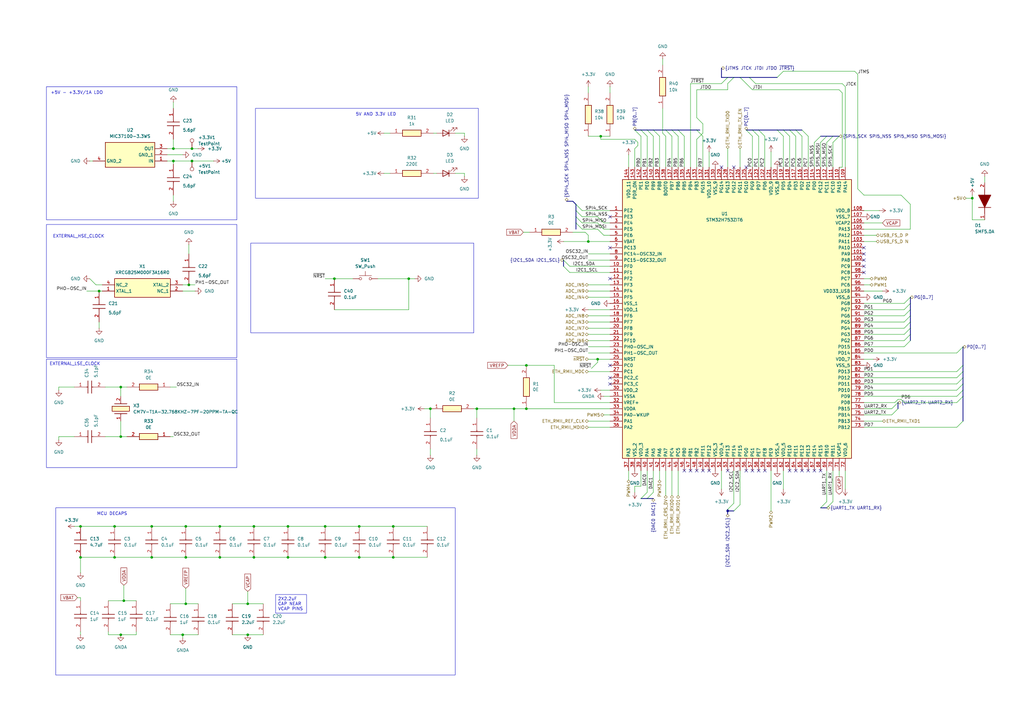
<source format=kicad_sch>
(kicad_sch (version 20250114) (generator "eeschema") (generator_version "9.0")
  (paper "A3")
  (rectangle (start 22.86 208.28) (end 186.69 276.86))
  (rectangle (start 19.05 147.32) (end 97.155 191.77))
  (rectangle (start 19.05 35.56) (end 97.155 90.17))
  (rectangle (start 102.87 99.695) (end 194.31 136.525))
  (rectangle (start 19.05 92.075) (end 97.155 146.685))
  (rectangle (start 104.775 44.45) (end 196.215 81.28))
  (text "EXTERNAL_HSE_CLOCK" (at 32.258 97.028 0) (effects (font (size 1.27 1.27))))
  (text "+5V - +3.3V/1A LDO" (at 31.496 38.1 0) (effects (font (size 1.27 1.27))))
  (text "MCU DECAPS" (at 45.974 210.82 0) (effects (font (size 1.27 1.27))))
  (text "5V AND 3.3V LED" (at 154.178 46.99 0) (effects (font (size 1.27 1.27))))
  (text "EXTERNAL_LSE_CLOCK" (at 30.734 149.352 0) (effects (font (size 1.27 1.27))))
  (text_box "2X2.2uF CAP NEAR VCAP PINS" (at 113.03 243.84 0) (size 12.7 7.62) (margins 0.9525 0.9525 0.9525 0.9525) (effects (font (size 1.27 1.27)) (justify left top)))
  (junction (at 101.6 260.35))
  (junction (at 78.74 60.96))
  (junction (at 167.64 114.3))
  (junction (at 104.14 215.9))
  (junction (at 215.9 167.64))
  (junction (at 101.6 247.65))
  (junction (at 137.16 114.3))
  (junction (at 76.2 215.9))
  (junction (at 133.35 215.9))
  (junction (at 76.2 228.6))
  (junction (at 49.53 260.35))
  (junction (at 50.8 246.38))
  (junction (at 46.99 215.9))
  (junction (at 33.02 228.6))
  (junction (at 90.17 228.6))
  (junction (at 161.29 215.9))
  (junction (at 40.64 119.38))
  (junction (at 62.23 215.9))
  (junction (at 133.35 228.6))
  (junction (at 33.02 215.9))
  (junction (at 161.29 228.6))
  (junction (at 147.32 215.9))
  (junction (at 76.2 247.65))
  (junction (at 246.38 55.88))
  (junction (at 398.78 81.28))
  (junction (at 118.11 228.6))
  (junction (at 298.45 209.55))
  (junction (at 62.23 228.6))
  (junction (at 46.99 228.6))
  (junction (at 176.53 167.64))
  (junction (at 118.11 215.9))
  (junction (at 74.93 260.35))
  (junction (at 77.47 116.84))
  (junction (at 78.74 66.04))
  (junction (at 71.12 66.04))
  (junction (at 210.82 167.64))
  (junction (at 90.17 215.9))
  (junction (at 195.58 167.64))
  (junction (at 245.11 147.32))
  (junction (at 241.3 99.06))
  (junction (at 215.9 149.86))
  (junction (at 71.12 60.96))
  (junction (at 49.53 179.07))
  (junction (at 49.53 158.75))
  (junction (at 104.14 228.6))
  (junction (at 147.32 228.6))
  (no_connect (at 298.45 193.04))
  (no_connect (at 295.91 68.58))
  (no_connect (at 354.33 111.76))
  (no_connect (at 326.39 193.04))
  (no_connect (at 328.93 193.04))
  (no_connect (at 250.19 154.94))
  (no_connect (at 250.19 149.86))
  (no_connect (at 354.33 104.14))
  (no_connect (at 336.55 193.04))
  (no_connect (at 306.07 68.58))
  (no_connect (at 250.19 88.9))
  (no_connect (at 311.15 193.04))
  (no_connect (at 288.29 193.04))
  (no_connect (at 354.33 109.22))
  (no_connect (at 354.33 106.68))
  (no_connect (at 300.99 68.58))
  (no_connect (at 250.19 101.6))
  (no_connect (at 285.75 193.04))
  (no_connect (at 250.19 157.48))
  (no_connect (at 280.67 193.04))
  (no_connect (at 331.47 193.04))
  (no_connect (at 313.69 193.04))
  (no_connect (at 334.01 193.04))
  (no_connect (at 290.83 193.04))
  (no_connect (at 354.33 101.6))
  (no_connect (at 250.19 114.3))
  (no_connect (at 283.21 193.04))
  (no_connect (at 323.85 193.04))
  (no_connect (at 308.61 193.04))
  (no_connect (at 306.07 193.04))
  (bus_entry (at 231.14 109.22) (size 2.54 2.54))
  (bus_entry (at 236.22 91.44) (size 2.54 2.54))
  (bus_entry (at 236.22 86.36) (size 2.54 2.54))
  (bus_entry (at 339.09 55.88) (size -2.54 2.54))
  (bus_entry (at 328.93 53.34) (size 2.54 2.54))
  (bus_entry (at 344.17 55.88) (size -2.54 2.54))
  (bus_entry (at 394.97 162.56) (size -2.54 2.54))
  (bus_entry (at 341.63 55.88) (size -2.54 2.54))
  (bus_entry (at 300.99 209.55) (size 2.54 -2.54))
  (bus_entry (at 236.22 88.9) (size 2.54 2.54))
  (bus_entry (at 236.22 83.82) (size 2.54 2.54))
  (bus_entry (at 260.35 53.34) (size 2.54 2.54))
  (bus_entry (at 273.05 53.34) (size 2.54 2.54))
  (bus_entry (at 373.38 129.54) (size -2.54 2.54))
  (bus_entry (at 394.97 154.94) (size -2.54 2.54))
  (bus_entry (at 303.53 31.75) (size 2.54 2.54))
  (bus_entry (at 394.97 157.48) (size -2.54 2.54))
  (bus_entry (at 368.3 167.64) (size -2.54 2.54))
  (bus_entry (at 336.55 208.28) (size 2.54 -2.54))
  (bus_entry (at 373.38 127) (size -2.54 2.54))
  (bus_entry (at 308.61 53.34) (size 2.54 2.54))
  (bus_entry (at 300.99 31.75) (size -2.54 2.54))
  (bus_entry (at 231.14 106.68) (size 2.54 2.54))
  (bus_entry (at 307.34 31.75) (size 2.54 2.54))
  (bus_entry (at 339.09 208.28) (size 2.54 -2.54))
  (bus_entry (at 298.45 31.75) (size -2.54 2.54))
  (bus_entry (at 262.89 204.47) (size 2.54 -2.54))
  (bus_entry (at 265.43 204.47) (size 2.54 -2.54))
  (bus_entry (at 275.59 53.34) (size 2.54 2.54))
  (bus_entry (at 321.31 53.34) (size 2.54 2.54))
  (bus_entry (at 394.97 160.02) (size -2.54 2.54))
  (bus_entry (at 394.97 172.72) (size -2.54 2.54))
  (bus_entry (at 336.55 55.88) (size -2.54 2.54))
  (bus_entry (at 323.85 53.34) (size 2.54 2.54))
  (bus_entry (at 267.97 53.34) (size 2.54 2.54))
  (bus_entry (at 262.89 53.34) (size 2.54 2.54))
  (bus_entry (at 326.39 53.34) (size 2.54 2.54))
  (bus_entry (at 394.97 152.4) (size -2.54 2.54))
  (bus_entry (at 373.38 121.92) (size -2.54 2.54))
  (bus_entry (at 373.38 134.62) (size -2.54 2.54))
  (bus_entry (at 373.38 124.46) (size -2.54 2.54))
  (bus_entry (at 373.38 139.7) (size -2.54 2.54))
  (bus_entry (at 285.75 53.34) (size 2.54 2.54))
  (bus_entry (at 265.43 53.34) (size 2.54 2.54))
  (bus_entry (at 298.45 208.915) (size 2.54 -2.54))
  (bus_entry (at 373.38 132.08) (size -2.54 2.54))
  (bus_entry (at 368.3 165.1) (size -2.54 2.54))
  (bus_entry (at 394.97 142.24) (size -2.54 2.54))
  (bus_entry (at 311.15 53.34) (size 2.54 2.54))
  (bus_entry (at 318.77 31.75) (size 2.54 -2.54))
  (bus_entry (at 394.97 149.86) (size -2.54 2.54))
  (bus_entry (at 278.13 53.34) (size 2.54 2.54))
  (bus_entry (at 318.77 53.34) (size 2.54 2.54))
  (bus_entry (at 306.07 53.34) (size 2.54 2.54))
  (bus_entry (at 373.38 137.16) (size -2.54 2.54))
  (wire (pts (xy 311.15 55.88) (xy 311.15 68.58)))
  (wire (pts (xy 167.64 114.3) (xy 170.18 114.3)))
  (wire (pts (xy 49.53 260.35) (xy 55.88 260.35)))
  (wire (pts (xy 68.58 60.96) (xy 71.12 60.96)))
  (wire (pts (xy 36.83 66.04) (xy 38.1 66.04)))
  (wire (pts (xy 295.91 193.04) (xy 295.91 200.66)))
  (wire (pts (xy 71.12 80.01) (xy 71.12 82.55)))
  (wire (pts (xy 369.57 80.01) (xy 373.38 83.82)))
  (wire (pts (xy 241.3 121.92) (xy 250.19 121.92)))
  (bus (pts (xy 300.99 31.75) (xy 303.53 31.75)))
  (wire (pts (xy 74.93 260.35) (xy 81.28 260.35)))
  (wire (pts (xy 101.6 260.35) (xy 107.95 260.35)))
  (bus (pts (xy 231.14 106.68) (xy 231.14 109.22)))
  (wire (pts (xy 328.93 55.88) (xy 328.93 68.58)))
  (wire (pts (xy 233.68 111.76) (xy 250.19 111.76)))
  (wire (pts (xy 49.53 158.75) (xy 49.53 162.56)))
  (bus (pts (xy 341.63 55.88) (xy 344.17 55.88)))
  (bus (pts (xy 262.89 53.34) (xy 265.43 53.34)))
  (wire (pts (xy 345.44 34.29) (xy 346.71 35.56)))
  (wire (pts (xy 147.32 215.9) (xy 161.29 215.9)))
  (wire (pts (xy 104.14 228.6) (xy 118.11 228.6)))
  (wire (pts (xy 147.32 228.6) (xy 161.29 228.6)))
  (wire (pts (xy 24.13 179.07) (xy 24.13 180.34)))
  (wire (pts (xy 78.74 60.96) (xy 81.28 60.96)))
  (wire (pts (xy 354.33 86.36) (xy 360.68 86.36)))
  (wire (pts (xy 257.81 193.04) (xy 257.81 196.85)))
  (wire (pts (xy 242.57 151.13) (xy 245.11 148.59)))
  (wire (pts (xy 77.47 116.84) (xy 74.93 116.84)))
  (wire (pts (xy 270.51 55.88) (xy 270.51 68.58)))
  (wire (pts (xy 69.85 247.65) (xy 76.2 247.65)))
  (wire (pts (xy 157.48 71.12) (xy 160.02 71.12)))
  (bus (pts (xy 236.22 83.82) (xy 236.22 86.36)))
  (wire (pts (xy 368.3 163.83) (xy 369.57 163.83)))
  (wire (pts (xy 306.07 34.29) (xy 308.61 36.83)))
  (bus (pts (xy 373.38 124.46) (xy 373.38 127)))
  (wire (pts (xy 392.43 165.1) (xy 370.84 165.1)))
  (wire (pts (xy 154.94 114.3) (xy 167.64 114.3)))
  (wire (pts (xy 354.33 99.06) (xy 359.41 99.06)))
  (bus (pts (xy 234.95 82.55) (xy 236.22 83.82)))
  (wire (pts (xy 68.58 63.5) (xy 74.93 63.5)))
  (wire (pts (xy 186.69 54.61) (xy 190.5 54.61)))
  (wire (pts (xy 271.78 24.13) (xy 271.78 26.67)))
  (wire (pts (xy 339.09 193.04) (xy 339.09 205.74)))
  (wire (pts (xy 231.14 99.06) (xy 241.3 99.06)))
  (wire (pts (xy 247.65 93.98) (xy 250.19 93.98)))
  (wire (pts (xy 195.58 167.64) (xy 210.82 167.64)))
  (wire (pts (xy 44.45 260.35) (xy 49.53 260.35)))
  (wire (pts (xy 316.23 62.23) (xy 316.23 68.58)))
  (wire (pts (xy 69.85 158.75) (xy 72.39 158.75)))
  (wire (pts (xy 195.58 171.45) (xy 195.58 167.64)))
  (bus (pts (xy 341.63 55.88) (xy 339.09 55.88)))
  (wire (pts (xy 77.47 100.33) (xy 77.47 104.14)))
  (wire (pts (xy 90.17 215.9) (xy 104.14 215.9)))
  (wire (pts (xy 241.3 137.16) (xy 250.19 137.16)))
  (wire (pts (xy 354.33 80.01) (xy 369.57 80.01)))
  (wire (pts (xy 241.3 35.56) (xy 241.3 38.1)))
  (wire (pts (xy 238.76 91.44) (xy 245.11 91.44)))
  (wire (pts (xy 316.23 193.04) (xy 316.23 209.55)))
  (wire (pts (xy 246.38 55.88) (xy 246.38 57.15)))
  (wire (pts (xy 345.44 68.58) (xy 344.17 68.58)))
  (bus (pts (xy 321.31 53.34) (xy 323.85 53.34)))
  (wire (pts (xy 43.18 179.07) (xy 49.53 179.07)))
  (wire (pts (xy 303.53 193.04) (xy 303.53 207.01)))
  (wire (pts (xy 398.78 81.28) (xy 398.78 80.01)))
  (wire (pts (xy 208.28 149.86) (xy 215.9 149.86)))
  (wire (pts (xy 24.13 158.75) (xy 24.13 160.02)))
  (wire (pts (xy 238.76 86.36) (xy 250.19 86.36)))
  (wire (pts (xy 35.56 119.38) (xy 40.64 119.38)))
  (wire (pts (xy 24.13 179.07) (xy 30.48 179.07)))
  (bus (pts (xy 298.45 208.915) (xy 298.45 209.55)))
  (wire (pts (xy 278.13 55.88) (xy 278.13 68.58)))
  (wire (pts (xy 133.35 114.3) (xy 137.16 114.3)))
  (wire (pts (xy 245.11 91.44) (xy 247.65 93.98)))
  (wire (pts (xy 241.3 116.84) (xy 250.19 116.84)))
  (bus (pts (xy 326.39 53.34) (xy 328.93 53.34)))
  (wire (pts (xy 354.33 124.46) (xy 370.84 124.46)))
  (wire (pts (xy 358.14 147.32) (xy 354.33 147.32)))
  (wire (pts (xy 398.78 81.28) (xy 398.78 90.17)))
  (wire (pts (xy 354.33 162.56) (xy 392.43 162.56)))
  (wire (pts (xy 262.89 199.39) (xy 262.89 193.04)))
  (bus (pts (xy 394.97 142.24) (xy 394.97 149.86)))
  (wire (pts (xy 167.64 114.3) (xy 167.64 127)))
  (wire (pts (xy 76.2 247.65) (xy 76.2 241.3)))
  (wire (pts (xy 62.23 215.9) (xy 76.2 215.9)))
  (wire (pts (xy 241.3 106.68) (xy 250.19 106.68)))
  (wire (pts (xy 280.67 55.88) (xy 280.67 68.58)))
  (wire (pts (xy 285.75 36.83) (xy 285.75 48.26)))
  (wire (pts (xy 238.76 88.9) (xy 245.11 88.9)))
  (wire (pts (xy 275.59 55.88) (xy 275.59 68.58)))
  (wire (pts (xy 341.63 58.42) (xy 341.63 68.58)))
  (wire (pts (xy 354.33 160.02) (xy 392.43 160.02)))
  (wire (pts (xy 227.33 165.1) (xy 227.33 149.86)))
  (wire (pts (xy 257.81 63.5) (xy 257.81 68.58)))
  (bus (pts (xy 298.45 209.55) (xy 298.45 210.82)))
  (wire (pts (xy 354.33 165.1) (xy 367.03 165.1)))
  (wire (pts (xy 245.11 147.32) (xy 250.19 147.32)))
  (wire (pts (xy 33.02 245.11) (xy 33.02 246.38)))
  (wire (pts (xy 278.13 193.04) (xy 278.13 203.2)))
  (wire (pts (xy 161.29 215.9) (xy 175.26 215.9)))
  (wire (pts (xy 245.11 88.9) (xy 247.65 91.44)))
  (wire (pts (xy 195.58 186.69) (xy 195.58 184.15)))
  (wire (pts (xy 262.89 55.88) (xy 262.89 68.58)))
  (wire (pts (xy 250.19 35.56) (xy 250.19 38.1)))
  (wire (pts (xy 346.71 35.56) (xy 346.71 68.58)))
  (bus (pts (xy 307.34 31.75) (xy 318.77 31.75)))
  (wire (pts (xy 273.05 193.04) (xy 273.05 203.2)))
  (wire (pts (xy 267.97 55.88) (xy 267.97 68.58)))
  (wire (pts (xy 80.01 116.84) (xy 77.47 116.84)))
  (wire (pts (xy 74.93 261.62) (xy 74.93 260.35)))
  (wire (pts (xy 321.31 193.04) (xy 321.31 200.66)))
  (wire (pts (xy 313.69 55.88) (xy 313.69 68.58)))
  (wire (pts (xy 71.12 57.15) (xy 71.12 60.96)))
  (wire (pts (xy 33.02 259.08) (xy 33.02 260.35)))
  (wire (pts (xy 403.86 72.39) (xy 403.86 74.93)))
  (wire (pts (xy 323.85 55.88) (xy 323.85 68.58)))
  (wire (pts (xy 24.13 158.75) (xy 30.48 158.75)))
  (wire (pts (xy 354.33 175.26) (xy 392.43 175.26)))
  (wire (pts (xy 339.09 58.42) (xy 339.09 68.58)))
  (wire (pts (xy 344.17 36.83) (xy 345.44 38.1)))
  (wire (pts (xy 176.53 167.64) (xy 176.53 171.45)))
  (wire (pts (xy 71.12 41.91) (xy 71.12 44.45)))
  (wire (pts (xy 273.05 55.88) (xy 271.78 54.61)))
  (wire (pts (xy 247.65 91.44) (xy 250.19 91.44)))
  (wire (pts (xy 261.62 58.42) (xy 260.35 57.15)))
  (wire (pts (xy 260.35 199.39) (xy 262.89 199.39)))
  (wire (pts (xy 40.64 134.62) (xy 40.64 132.08)))
  (wire (pts (xy 49.53 172.72) (xy 49.53 179.07)))
  (wire (pts (xy 298.45 36.83) (xy 298.45 34.29)))
  (wire (pts (xy 354.33 116.84) (xy 356.87 116.84)))
  (wire (pts (xy 354.33 142.24) (xy 370.84 142.24)))
  (bus (pts (xy 323.85 53.34) (xy 326.39 53.34)))
  (wire (pts (xy 273.05 68.58) (xy 273.05 55.88)))
  (wire (pts (xy 76.2 247.65) (xy 81.28 247.65)))
  (wire (pts (xy 176.53 186.69) (xy 176.53 184.15)))
  (wire (pts (xy 133.35 215.9) (xy 147.32 215.9)))
  (wire (pts (xy 309.88 34.29) (xy 345.44 34.29)))
  (wire (pts (xy 346.71 193.04) (xy 346.71 200.66)))
  (wire (pts (xy 341.63 193.04) (xy 341.63 205.74)))
  (bus (pts (xy 336.55 208.28) (xy 339.09 208.28)))
  (wire (pts (xy 288.29 50.8) (xy 285.75 48.26)))
  (bus (pts (xy 394.97 152.4) (xy 394.97 154.94)))
  (wire (pts (xy 290.83 62.23) (xy 290.83 68.58)))
  (wire (pts (xy 95.25 260.35) (xy 101.6 260.35)))
  (wire (pts (xy 71.12 66.04) (xy 78.74 66.04)))
  (wire (pts (xy 133.35 228.6) (xy 147.32 228.6)))
  (wire (pts (xy 69.85 179.07) (xy 71.12 179.07)))
  (wire (pts (xy 303.53 60.96) (xy 303.53 68.58)))
  (wire (pts (xy 354.33 96.52) (xy 359.41 96.52)))
  (wire (pts (xy 354.33 139.7) (xy 370.84 139.7)))
  (wire (pts (xy 354.33 137.16) (xy 370.84 137.16)))
  (wire (pts (xy 241.3 55.88) (xy 246.38 55.88)))
  (wire (pts (xy 288.29 55.88) (xy 288.29 68.58)))
  (bus (pts (xy 373.38 129.54) (xy 373.38 132.08)))
  (wire (pts (xy 344.17 193.04) (xy 344.17 195.58)))
  (wire (pts (xy 275.59 193.04) (xy 275.59 203.2)))
  (wire (pts (xy 177.8 54.61) (xy 179.07 54.61)))
  (wire (pts (xy 241.3 139.7) (xy 250.19 139.7)))
  (wire (pts (xy 368.3 163.83) (xy 367.03 165.1)))
  (wire (pts (xy 157.48 54.61) (xy 160.02 54.61)))
  (wire (pts (xy 396.24 81.28) (xy 398.78 81.28)))
  (wire (pts (xy 161.29 228.6) (xy 175.26 228.6)))
  (bus (pts (xy 339.09 55.88) (xy 336.55 55.88)))
  (wire (pts (xy 33.02 228.6) (xy 46.99 228.6)))
  (wire (pts (xy 76.2 228.6) (xy 90.17 228.6)))
  (wire (pts (xy 241.3 99.06) (xy 250.19 99.06)))
  (wire (pts (xy 373.38 83.82) (xy 373.38 93.98)))
  (wire (pts (xy 354.33 119.38) (xy 361.95 119.38)))
  (bus (pts (xy 236.22 91.44) (xy 236.22 93.98)))
  (wire (pts (xy 241.3 142.24) (xy 250.19 142.24)))
  (wire (pts (xy 285.75 68.58) (xy 285.75 57.15)))
  (wire (pts (xy 241.3 152.4) (xy 250.19 152.4)))
  (wire (pts (xy 39.37 116.84) (xy 36.83 114.3)))
  (wire (pts (xy 283.21 34.29) (xy 295.91 34.29)))
  (wire (pts (xy 246.38 55.88) (xy 250.19 55.88)))
  (wire (pts (xy 354.33 157.48) (xy 392.43 157.48)))
  (wire (pts (xy 49.53 158.75) (xy 52.07 158.75)))
  (wire (pts (xy 283.21 34.29) (xy 283.21 68.58)))
  (wire (pts (xy 33.02 234.95) (xy 33.02 228.6)))
  (bus (pts (xy 265.43 53.34) (xy 267.97 53.34)))
  (wire (pts (xy 238.76 93.98) (xy 245.11 93.98)))
  (bus (pts (xy 295.91 27.94) (xy 295.91 31.75)))
  (bus (pts (xy 306.07 53.34) (xy 308.61 53.34)))
  (bus (pts (xy 273.05 53.34) (xy 275.59 53.34)))
  (wire (pts (xy 298.45 60.96) (xy 298.45 68.58)))
  (wire (pts (xy 177.8 71.12) (xy 179.07 71.12)))
  (wire (pts (xy 55.88 260.35) (xy 55.88 259.08)))
  (bus (pts (xy 394.97 162.56) (xy 394.97 172.72)))
  (wire (pts (xy 260.35 199.39) (xy 260.35 201.93)))
  (wire (pts (xy 270.51 193.04) (xy 270.51 196.85)))
  (bus (pts (xy 295.91 31.75) (xy 298.45 31.75)))
  (wire (pts (xy 345.44 38.1) (xy 345.44 68.58)))
  (bus (pts (xy 394.97 149.86) (xy 394.97 152.4)))
  (wire (pts (xy 354.33 167.64) (xy 365.76 167.64)))
  (wire (pts (xy 250.19 165.1) (xy 227.33 165.1)))
  (bus (pts (xy 298.45 31.75) (xy 300.99 31.75)))
  (wire (pts (xy 321.31 55.88) (xy 321.31 68.58)))
  (wire (pts (xy 137.16 127) (xy 167.64 127)))
  (wire (pts (xy 331.47 55.88) (xy 331.47 68.58)))
  (wire (pts (xy 76.2 215.9) (xy 90.17 215.9)))
  (wire (pts (xy 354.33 93.98) (xy 373.38 93.98)))
  (wire (pts (xy 336.55 58.42) (xy 336.55 68.58)))
  (wire (pts (xy 246.38 57.15) (xy 260.35 57.15)))
  (wire (pts (xy 403.86 90.17) (xy 398.78 90.17)))
  (wire (pts (xy 173.99 167.64) (xy 176.53 167.64)))
  (wire (pts (xy 308.61 36.83) (xy 344.17 36.83)))
  (bus (pts (xy 373.38 132.08) (xy 373.38 134.62)))
  (wire (pts (xy 354.33 154.94) (xy 392.43 154.94)))
  (wire (pts (xy 101.6 247.65) (xy 107.95 247.65)))
  (wire (pts (xy 190.5 71.12) (xy 190.5 72.39)))
  (wire (pts (xy 215.9 149.86) (xy 227.33 149.86)))
  (wire (pts (xy 43.18 158.75) (xy 49.53 158.75)))
  (wire (pts (xy 241.3 144.78) (xy 250.19 144.78)))
  (wire (pts (xy 351.79 77.47) (xy 354.33 80.01)))
  (wire (pts (xy 118.11 228.6) (xy 133.35 228.6)))
  (wire (pts (xy 69.85 260.35) (xy 74.93 260.35)))
  (wire (pts (xy 78.74 66.04) (xy 87.63 66.04)))
  (wire (pts (xy 265.43 193.04) (xy 265.43 201.93)))
  (wire (pts (xy 260.35 68.58) (xy 260.35 60.96)))
  (wire (pts (xy 245.11 147.32) (xy 245.11 148.59)))
  (wire (pts (xy 247.65 162.56) (xy 250.19 162.56)))
  (wire (pts (xy 247.65 170.18) (xy 250.19 170.18)))
  (wire (pts (xy 241.3 127) (xy 250.19 127)))
  (bus (pts (xy 373.38 137.16) (xy 373.38 139.7)))
  (bus (pts (xy 278.13 53.34) (xy 285.75 53.34)))
  (wire (pts (xy 241.3 104.14) (xy 250.19 104.14)))
  (wire (pts (xy 74.93 119.38) (xy 80.01 119.38)))
  (wire (pts (xy 285.75 57.15) (xy 288.29 54.61)))
  (wire (pts (xy 40.64 119.38) (xy 41.91 119.38)))
  (wire (pts (xy 233.68 109.22) (xy 250.19 109.22)))
  (wire (pts (xy 308.61 55.88) (xy 308.61 68.58)))
  (bus (pts (xy 267.97 53.34) (xy 273.05 53.34)))
  (wire (pts (xy 326.39 55.88) (xy 326.39 68.58)))
  (wire (pts (xy 240.03 95.25) (xy 241.3 96.52)))
  (bus (pts (xy 232.41 82.55) (xy 234.95 82.55)))
  (wire (pts (xy 95.25 247.65) (xy 101.6 247.65)))
  (wire (pts (xy 49.53 179.07) (xy 52.07 179.07)))
  (wire (pts (xy 241.3 129.54) (xy 250.19 129.54)))
  (wire (pts (xy 241.3 175.26) (xy 250.19 175.26)))
  (wire (pts (xy 241.3 147.32) (xy 245.11 147.32)))
  (wire (pts (xy 300.99 193.04) (xy 300.99 206.375)))
  (bus (pts (xy 298.45 209.55) (xy 300.99 209.55)))
  (wire (pts (xy 354.33 114.3) (xy 356.87 114.3)))
  (wire (pts (xy 247.65 96.52) (xy 250.19 96.52)))
  (wire (pts (xy 186.69 71.12) (xy 190.5 71.12)))
  (wire (pts (xy 55.88 246.38) (xy 50.8 246.38)))
  (bus (pts (xy 394.97 154.94) (xy 394.97 157.48)))
  (wire (pts (xy 210.82 167.64) (xy 215.9 167.64)))
  (wire (pts (xy 31.75 245.11) (xy 33.02 245.11)))
  (wire (pts (xy 50.8 240.03) (xy 50.8 246.38)))
  (wire (pts (xy 260.35 60.96) (xy 261.62 59.69)))
  (wire (pts (xy 354.33 134.62) (xy 370.84 134.62)))
  (wire (pts (xy 210.82 167.64) (xy 210.82 172.72)))
  (wire (pts (xy 370.84 165.1) (xy 369.57 163.83)))
  (wire (pts (xy 354.33 172.72) (xy 361.95 172.72)))
  (wire (pts (xy 271.78 44.45) (xy 271.78 54.61)))
  (wire (pts (xy 354.33 132.08) (xy 370.84 132.08)))
  (wire (pts (xy 354.33 127) (xy 370.84 127)))
  (wire (pts (xy 321.31 29.21) (xy 350.52 29.21)))
  (bus (pts (xy 308.61 53.34) (xy 311.15 53.34)))
  (bus (pts (xy 368.3 167.64) (xy 368.3 165.1)))
  (wire (pts (xy 354.33 170.18) (xy 365.76 170.18)))
  (wire (pts (xy 71.12 60.96) (xy 78.74 60.96)))
  (wire (pts (xy 241.3 134.62) (xy 250.19 134.62)))
  (bus (pts (xy 285.75 53.34) (xy 287.02 53.34)))
  (bus (pts (xy 311.15 53.34) (xy 318.77 53.34)))
  (wire (pts (xy 261.62 58.42) (xy 261.62 59.69)))
  (wire (pts (xy 90.17 228.6) (xy 104.14 228.6)))
  (wire (pts (xy 33.02 215.9) (xy 46.99 215.9)))
  (bus (pts (xy 373.38 134.62) (xy 373.38 137.16)))
  (wire (pts (xy 241.3 96.52) (xy 241.3 99.06)))
  (bus (pts (xy 275.59 53.34) (xy 278.13 53.34)))
  (wire (pts (xy 44.45 260.35) (xy 44.45 259.08)))
  (bus (pts (xy 262.89 204.47) (xy 265.43 204.47)))
  (wire (pts (xy 354.33 144.78) (xy 392.43 144.78)))
  (wire (pts (xy 265.43 55.88) (xy 265.43 68.58)))
  (wire (pts (xy 354.33 129.54) (xy 370.84 129.54)))
  (wire (pts (xy 118.11 215.9) (xy 133.35 215.9)))
  (wire (pts (xy 241.3 172.72) (xy 250.19 172.72)))
  (bus (pts (xy 373.38 127) (xy 373.38 129.54)))
  (wire (pts (xy 101.6 242.57) (xy 101.6 247.65)))
  (bus (pts (xy 373.38 121.92) (xy 373.38 124.46)))
  (wire (pts (xy 245.11 93.98) (xy 247.65 96.52)))
  (bus (pts (xy 303.53 31.75) (xy 307.34 31.75)))
  (wire (pts (xy 214.63 95.25) (xy 217.17 95.25)))
  (wire (pts (xy 44.45 246.38) (xy 50.8 246.38)))
  (wire (pts (xy 195.58 167.64) (xy 194.31 167.64)))
  (wire (pts (xy 71.12 67.31) (xy 71.12 66.04)))
  (bus (pts (xy 260.35 53.34) (xy 262.89 53.34)))
  (wire (pts (xy 334.01 58.42) (xy 334.01 68.58)))
  (bus (pts (xy 394.97 160.02) (xy 394.97 162.56)))
  (wire (pts (xy 351.79 30.48) (xy 351.79 77.47)))
  (wire (pts (xy 46.99 228.6) (xy 62.23 228.6)))
  (wire (pts (xy 241.3 119.38) (xy 250.19 119.38)))
  (wire (pts (xy 267.97 193.04) (xy 267.97 201.93)))
  (bus (pts (xy 318.77 53.34) (xy 321.31 53.34)))
  (wire (pts (xy 350.52 29.21) (xy 351.79 30.48)))
  (wire (pts (xy 354.33 91.44) (xy 361.95 91.44)))
  (wire (pts (xy 234.95 95.25) (xy 240.03 95.25)))
  (wire (pts (xy 62.23 228.6) (xy 76.2 228.6)))
  (wire (pts (xy 215.9 167.64) (xy 250.19 167.64)))
  (wire (pts (xy 68.58 66.04) (xy 71.12 66.04)))
  (bus (pts (xy 265.43 204.47) (xy 267.97 204.47)))
  (bus (pts (xy 236.22 86.36) (xy 236.22 88.9)))
  (wire (pts (xy 30.48 215.9) (xy 33.02 215.9)))
  (wire (pts (xy 354.33 152.4) (xy 392.43 152.4)))
  (bus (pts (xy 394.97 157.48) (xy 394.97 160.02)))
  (bus (pts (xy 236.22 88.9) (xy 236.22 91.44)))
  (wire (pts (xy 46.99 215.9) (xy 62.23 215.9)))
  (wire (pts (xy 190.5 54.61) (xy 190.5 55.88)))
  (wire (pts (xy 137.16 114.3) (xy 144.78 114.3)))
  (wire (pts (xy 288.29 50.8) (xy 288.29 54.61)))
  (wire (pts (xy 285.75 36.83) (xy 298.45 36.83)))
  (wire (pts (xy 41.91 116.84) (xy 39.37 116.84)))
  (wire (pts (xy 241.3 132.08) (xy 250.19 132.08)))
  (wire (pts (xy 104.14 215.9) (xy 118.11 215.9)))
  (wire (pts (xy 246.38 160.02) (xy 250.19 160.02)))
  (label "DAC1" (at 267.97 200.66 90))
  (label "SPI4_NSS" (at 240.03 88.9 0))
  (label "PG6" (at 354.33 139.7 0))
  (label "PC6" (at 328.93 68.58 90))
  (label "UART2_RX" (at 354.33 167.64 0))
  (label "I2C2_SDA" (at 303.53 201.93 90))
  (label "PB3" (at 270.51 68.58 90))
  (label "UART1_RX" (at 341.63 203.2 90))
  (label "SPI5_MOSI" (at 336.55 68.58 90))
  (label "PD2" (at 354.33 154.94 0))
  (label "PC4" (at 323.85 68.58 90))
  (label "PD6" (at 369.57 163.83 0))
  (label "JTMS" (at 351.79 30.48 0))
  (label "SPI5_SCK" (at 341.63 68.58 90))
  (label "PB2" (at 267.97 68.58 90))
  (label "PG7" (at 354.33 142.24 0))
  (label "PB4" (at 275.59 68.58 90))
  (label "JTDO" (at 287.02 36.83 0))
  (label "SPI5_NSS" (at 334.01 68.58 90))
  (label "PD1" (at 354.33 152.4 0))
  (label "PG4" (at 354.33 134.62 0))
  (label "PH1-OSC_OUT" (at 80.01 116.84 0))
  (label "PD0" (at 354.33 144.78 0))
  (label "PG2" (at 354.33 129.54 0))
  (label "PG0" (at 361.95 124.46 0))
  (label "OSC32_OUT" (at 71.12 179.07 0))
  (label "I2C1_SCL" (at 236.22 111.76 0))
  (label "PB6" (at 280.67 68.58 90))
  (label "PB1" (at 265.43 68.58 90))
  (label "I2C1_SDA" (at 234.95 109.22 0))
  (label "PC3" (at 321.31 68.58 90))
  (label "PB7" (at 288.29 68.58 90))
  (label "PH1-OSC_OUT" (at 241.3 144.78 180))
  (label "PHO-OSC_IN" (at 241.3 142.24 180))
  (label "PHO-OSC_IN" (at 35.56 119.38 180))
  (label "PG3" (at 354.33 132.08 0))
  (label "UART1_TX" (at 339.09 203.2 90))
  (label "SPI4_SCK" (at 240.03 86.36 0))
  (label "PD7" (at 354.33 175.26 0))
  (label "PG5" (at 354.33 137.16 0))
  (label "PC1" (at 311.15 68.58 90))
  (label "PD3" (at 354.33 157.48 0))
  (label "PG1" (at 354.33 127 0))
  (label "SPI5_MISO" (at 339.09 68.58 90))
  (label "PC2" (at 313.69 68.58 90))
  (label "OSC32_IN" (at 241.3 104.14 180))
  (label "PB0" (at 262.89 68.58 90))
  (label "PD4" (at 354.33 160.02 0))
  (label "PB5" (at 278.13 68.58 90))
  (label "PD5" (at 354.33 162.56 0))
  (label "UART2_TX" (at 354.33 170.18 0))
  (label "PC5" (at 326.39 68.58 90))
  (label "SPI4_MISO" (at 238.76 91.44 0))
  (label "JTCK" (at 346.71 35.56 0))
  (label "OSC32_IN" (at 72.39 158.75 0))
  (label "~{NRST}" (at 242.57 151.13 180))
  (label "I2C2_SCL" (at 300.99 201.93 90))
  (label "SPI4_MOSI" (at 238.76 93.98 0))
  (label "OSC32_OUT" (at 241.3 106.68 180))
  (label "PC7" (at 331.47 68.58 90))
  (label "JTDI" (at 308.61 36.83 0))
  (label "~{JTRST}" (at 283.21 34.29 0))
  (label "DAC0" (at 265.43 199.39 90))
  (label "PC0" (at 308.61 68.58 90))
  (label "~{NRST}" (at 133.35 114.3 180))
  (global_label "VBAT" (shape input) (at 214.63 95.25 180) (property "Intersheetrefs" "${INTERSHEET_REFS}" (effects (hide yes))))
  (global_label "VDDA" (shape input) (at 50.8 240.03 90) (property "Intersheetrefs" "${INTERSHEET_REFS}" (effects (hide yes))))
  (global_label "VREFP" (shape input) (at 76.2 241.3 90) (property "Intersheetrefs" "${INTERSHEET_REFS}" (effects (hide yes))))
  (global_label "VBAT" (shape input) (at 31.75 245.11 180) (property "Intersheetrefs" "${INTERSHEET_REFS}" (effects (hide yes))))
  (global_label "VCAP" (shape input) (at 101.6 242.57 90) (property "Intersheetrefs" "${INTERSHEET_REFS}" (effects (hide yes))))
  (global_label "VREFP" (shape input) (at 208.28 149.86 180) (property "Intersheetrefs" "${INTERSHEET_REFS}" (effects (hide yes))))
  (global_label "VDDA" (shape input) (at 210.82 172.72 270) (property "Intersheetrefs" "${INTERSHEET_REFS}" (effects (hide yes))))
  (global_label "VCAP" (shape input) (at 361.95 91.44 0) (property "Intersheetrefs" "${INTERSHEET_REFS}" (effects (hide yes))))
  (global_label "VCAP" (shape output) (at 344.17 195.58 270) (property "Intersheetrefs" "${INTERSHEET_REFS}" (effects (hide yes))))
  (hierarchical_label "PG[0..7]" (shape bidirectional) (at 373.38 121.92 0))
  (hierarchical_label "{JTMS JTCK JTDI JTDO ~{JTRST}}" (shape bidirectional) (at 295.91 27.94 0))
  (hierarchical_label "PB[0..7]" (shape bidirectional) (at 260.35 53.34 90))
  (hierarchical_label "ETH_RMII_MDC" (shape bidirectional) (at 241.3 152.4 180))
  (hierarchical_label "ETH_RMII_TXD1" (shape bidirectional) (at 361.95 172.72 0))
  (hierarchical_label "{I2C1_SDA I2C1_SCL}" (shape bidirectional) (at 231.14 106.68 180))
  (hierarchical_label "{DAC0 DAC1}" (shape bidirectional) (at 267.97 204.47 270))
  (hierarchical_label "{UART2_TX UART2_RX}" (shape bidirectional) (at 368.3 165.1 0))
  (hierarchical_label "+5V" (shape bidirectional) (at 396.24 81.28 180))
  (hierarchical_label "ETH_RMII_MDIO" (shape bidirectional) (at 241.3 175.26 180))
  (hierarchical_label "ETH_RMII_RXD1" (shape bidirectional) (at 278.13 203.2 270))
  (hierarchical_label "ADC_IN8" (shape bidirectional) (at 241.3 129.54 180))
  (hierarchical_label "ADC_IN4" (shape bidirectional) (at 241.3 121.92 180))
  (hierarchical_label "ADC_IN9" (shape bidirectional) (at 241.3 119.38 180))
  (hierarchical_label "ADC_IN3" (shape bidirectional) (at 241.3 132.08 180))
  (hierarchical_label "ADC_IN7" (shape bidirectional) (at 241.3 134.62 180))
  (hierarchical_label "ADC_IN5" (shape bidirectional) (at 241.3 116.84 180))
  (hierarchical_label "ADC_IN2" (shape bidirectional) (at 241.3 137.16 180))
  (hierarchical_label "ADC_IN6" (shape bidirectional) (at 241.3 139.7 180))
  (hierarchical_label "ETH_RMII_CRS_DV" (shape bidirectional) (at 273.05 203.2 270))
  (hierarchical_label "ETH_RMII_REF_CLK" (shape bidirectional) (at 241.3 172.72 180))
  (hierarchical_label "~{nRST}" (shape bidirectional) (at 241.3 147.32 180))
  (hierarchical_label "ETH_RMII_RXD0" (shape bidirectional) (at 275.59 203.2 270))
  (hierarchical_label "ETH_RMII_TXD0" (shape bidirectional) (at 298.45 60.96 90))
  (hierarchical_label "{I2C2_SDA I2C2_SCL}" (shape bidirectional) (at 298.45 210.82 270))
  (hierarchical_label "{SPI4_SCK SPI4_NSS SPI4_MISO SPI4_MOSI}" (shape bidirectional) (at 232.41 82.55 90))
  (hierarchical_label "PC[0..7]" (shape bidirectional) (at 306.07 53.34 90))
  (hierarchical_label "{UART1_TX UART1_RX}" (shape bidirectional) (at 339.09 208.28 0))
  (hierarchical_label "{SPI5_SCK SPI5_NSS SPI5_MISO SPI5_MOSI}" (shape bidirectional) (at 344.17 55.88 0))
  (hierarchical_label "PD[0..7]" (shape bidirectional) (at 394.97 142.24 0))
  (hierarchical_label "USB_FS_D P" (shape bidirectional) (at 359.41 96.52 0))
  (hierarchical_label "USB_FS_D N" (shape bidirectional) (at 359.41 99.06 0))
  (hierarchical_label "PWM2" (shape bidirectional) (at 316.23 209.55 270))
  (hierarchical_label "PWM0" (shape bidirectional) (at 356.87 114.3 0))
  (hierarchical_label "PWM1" (shape bidirectional) (at 356.87 116.84 0))
  (hierarchical_label "PWM3" (shape bidirectional) (at 270.51 196.85 270))
  (hierarchical_label "PWM4" (shape bidirectional) (at 257.81 196.85 270))
  (hierarchical_label "PWM5" (shape bidirectional) (at 247.65 170.18 180))
  (hierarchical_label "ETH_RMII_TX_EN" (shape bidirectional) (at 303.53 60.96 90))
  (symbol (lib_id "power:GND") (at 293.37 193.04 0) (unit 1)
    (property "Reference" "#PWR03" (effects (hide yes)))
    (property "Value" "GND" (at 293.37 198.12 0))
    (property "Description" "Power symbol creates a global label with name \"GND\" , ground" (effects (hide yes)))
  )
  (symbol (lib_id "power:+3.3V") (at 231.14 99.06 90) (unit 1)
    (property "Reference" "#PWR027" (effects (hide yes)))
    (property "Value" "+3.3V" (at 225.552 100.33 0))
    (property "Description" "Power symbol creates a global label with name \"+3.3V\"" (effects (hide yes)))
  )
  (symbol (lib_id "Murata:PRF18BC471QB5RB") (at 271.78 44.45 90) (unit 1)
    (property "Reference" "R40" (at 274.32 34.2899 90) (effects (justify right)))
    (property "Value" "10k" (at 274.32 36.8299 90) (effects (justify right)))
    (property "Footprint" "Murata:RESC1608X95N" (effects (hide yes)))
    (property "Datasheet" "https://componentsearchengine.com/Datasheets/1/PRF18BC471QB5RB.pdf" (effects (hide yes)))
    (property "Description" "Murata 0E 0603 SMD Resistor, 1.6 x 0.8 x 0.8mm" (effects (hide yes)))
    (property "Height" "0.95" (effects (hide yes)))
    (property "Mouser Part Number" "81-PRF18BC471QB5RB" (effects (hide yes)))
    (property "Mouser Price/Stock" "https://www.mouser.com/Search/Refine.aspx?Keyword=81-PRF18BC471QB5RB" (effects (hide yes)))
    (property "Manufacturer_Name" "Murata Electronics" (effects (hide yes)))
    (property "Manufacturer_Part_Number" "PRF18BC471QB5RB" (effects (hide yes)))
  )
  (symbol (lib_id "Murata:GRM188R72A104KA35D") (at 90.17 215.9 270) (unit 1)
    (property "Reference" "C6" (at 93.98 220.9799 90) (effects (justify left)))
    (property "Value" "0.1uF" (at 93.98 223.5199 90) (effects (justify left)))
    (property "Footprint" "Murata:GRM18x" (effects (hide yes)))
    (property "Datasheet" "https://search.murata.co.jp/Ceramy/image/img/A01X/G101/ENG/GRM188R72A104KA35-01A.pdf" (effects (hide yes)))
    (property "Description" "MLCC, 0603" (effects (hide yes)))
    (property "Height" "0.9" (effects (hide yes)))
    (property "Mouser Part Number" "81-GRM188R72A104KA35" (effects (hide yes)))
    (property "Mouser Price/Stock" "https://www.mouser.co.uk/ProductDetail/Murata-Electronics/GRM188R72A104KA35D?qs=P%252BBA3F6RM%2F5aaC9LFKRzYw%3D%3D" (effects (hide yes)))
    (property "Manufacturer_Name" "Murata Electronics" (effects (hide yes)))
    (property "Manufacturer_Part_Number" "GRM188R72A104KA35D" (effects (hide yes)))
  )
  (symbol (lib_id "Murata:PRF18BC471QB5RB") (at 69.85 179.07 180) (unit 1)
    (property "Reference" "R33" (at 60.96 172.72 0))
    (property "Value" "0E" (at 60.96 175.26 0))
    (property "Footprint" "Murata:RESC1608X95N" (effects (hide yes)))
    (property "Datasheet" "https://componentsearchengine.com/Datasheets/1/PRF18BC471QB5RB.pdf" (effects (hide yes)))
    (property "Description" "Murata 0E 0603 SMD Resistor, 1.6 x 0.8 x 0.8mm" (effects (hide yes)))
    (property "Height" "0.95" (effects (hide yes)))
    (property "Mouser Part Number" "81-PRF18BC471QB5RB" (effects (hide yes)))
    (property "Mouser Price/Stock" "https://www.mouser.com/Search/Refine.aspx?Keyword=81-PRF18BC471QB5RB" (effects (hide yes)))
    (property "Manufacturer_Name" "Murata Electronics" (effects (hide yes)))
    (property "Manufacturer_Part_Number" "PRF18BC471QB5RB" (effects (hide yes)))
  )
  (symbol (lib_id "power:GND") (at 40.64 134.62 0) (unit 1)
    (property "Reference" "#PWR039" (effects (hide yes)))
    (property "Value" "GND" (at 40.64 139.7 0))
    (property "Description" "Power symbol creates a global label with name \"GND\" , ground" (effects (hide yes)))
  )
  (symbol (lib_id "power:+3.3V") (at 321.31 200.66 180) (unit 1)
    (property "Reference" "#PWR032" (effects (hide yes)))
    (property "Value" "+3.3V" (at 321.31 205.74 0))
    (property "Description" "Power symbol creates a global label with name \"+3.3V\"" (effects (hide yes)))
  )
  (symbol (lib_id "power:GND") (at 293.37 68.58 180) (unit 1)
    (property "Reference" "#PWR09" (effects (hide yes)))
    (property "Value" "GND" (at 293.37 63.5 0))
    (property "Description" "Power symbol creates a global label with name \"GND\" , ground" (effects (hide yes)))
  )
  (symbol (lib_id "power:GND") (at 318.77 68.58 180) (unit 1)
    (property "Reference" "#PWR08" (effects (hide yes)))
    (property "Value" "GND" (effects (hide yes)))
    (property "Description" "Power symbol creates a global label with name \"GND\" , ground" (effects (hide yes)))
  )
  (symbol (lib_id "Device:LED") (at 182.88 71.12 180) (unit 1)
    (property "Reference" "D3" (at 184.4675 63.5 0))
    (property "Value" "LED" (at 184.4675 66.04 0))
    (property "Footprint" "LED_SMD:LED_0603_1608Metric_Pad1.05x0.95mm_HandSolder" (effects (hide yes)))
    (property "Description" "Light emitting diode" (effects (hide yes)))
    (property "Sim.Pins" "1=K 2=A" (effects (hide yes)))
  )
  (symbol (lib_id "power:GND") (at 36.83 66.04 270) (unit 1)
    (property "Reference" "#PWR026" (effects (hide yes)))
    (property "Value" "GND" (at 33.02 66.0399 90) (effects (justify right)))
    (property "Description" "Power symbol creates a global label with name \"GND\" , ground" (effects (hide yes)))
  )
  (symbol (lib_id "ST:STM32H753ZIT6") (at 250.19 86.36 0) (unit 1)
    (property "Reference" "U1" (at 297.18 87.63 0))
    (property "Value" "STM32H753ZIT6" (at 297.18 90.17 0))
    (property "Footprint" "ST:QFP50P2200X2200X160-144N" (effects (hide yes)))
    (property "Datasheet" "https://www.st.com/resource/en/datasheet/stm32h753vi.pdf" (effects (hide yes)))
    (property "Description" "ARM Microcontrollers - MCU High-performance and DSP with DP-FPU, ARM Cortex-M7 MCU with 2MBytes Flash, 1MB RAM, 400 MHz CPU, Art Accelerator, L1 cache, external memory interface, large set of peripherals including a Crypto accelerator" (effects (hide yes)))
    (property "Height" "1.6" (effects (hide yes)))
    (property "Mouser Part Number" "511-STM32H753ZIT6" (effects (hide yes)))
    (property "Mouser Price/Stock" "https://www.mouser.co.uk/ProductDetail/STMicroelectronics/STM32H753ZIT6?qs=u4fy%2FsgLU9PzR9vtNNw%2FMw%3D%3D" (effects (hide yes)))
    (property "Manufacturer_Name" "STMicroelectronics" (effects (hide yes)))
    (property "Manufacturer_Part_Number" "STM32H753ZIT6" (effects (hide yes)))
  )
  (symbol (lib_id "Device:LED") (at 182.88 54.61 180) (unit 1)
    (property "Reference" "D2" (at 184.4675 46.99 0))
    (property "Value" "LED" (at 184.4675 49.53 0))
    (property "Footprint" "LED_SMD:LED_0603_1608Metric_Pad1.05x0.95mm_HandSolder" (effects (hide yes)))
    (property "Description" "Light emitting diode" (effects (hide yes)))
    (property "Sim.Pins" "1=K 2=A" (effects (hide yes)))
  )
  (symbol (lib_id "power:+3.3V") (at 361.95 119.38 270) (unit 1)
    (property "Reference" "#PWR035" (effects (hide yes)))
    (property "Value" "+3.3V" (at 365.76 119.3799 90) (effects (justify left)))
    (property "Description" "Power symbol creates a global label with name \"+3.3V\"" (effects (hide yes)))
  )
  (symbol (lib_id "power:GND") (at 190.5 72.39 0) (unit 1)
    (property "Reference" "#PWR091" (effects (hide yes)))
    (property "Value" "GND" (at 190.5 77.47 0))
    (property "Description" "Power symbol creates a global label with name \"GND\" , ground" (effects (hide yes)))
  )
  (symbol (lib_id "power:+3.3V") (at 257.81 63.5 0) (unit 1)
    (property "Reference" "#PWR020" (effects (hide yes)))
    (property "Value" "+3.3V" (at 257.81 58.42 0))
    (property "Description" "Power symbol creates a global label with name \"+3.3V\"" (effects (hide yes)))
  )
  (symbol (lib_id "power:GND") (at 33.02 260.35 0) (unit 1)
    (property "Reference" "#PWR014" (effects (hide yes)))
    (property "Value" "GND" (at 33.02 265.43 0))
    (property "Description" "Power symbol creates a global label with name \"GND\" , ground" (effects (hide yes)))
  )
  (symbol (lib_id "Murata:GRM188R72A104KA35D") (at 118.11 215.9 270) (unit 1)
    (property "Reference" "C8" (at 121.92 220.9799 90) (effects (justify left)))
    (property "Value" "0.1uF" (at 121.92 223.5199 90) (effects (justify left)))
    (property "Footprint" "Murata:GRM18x" (effects (hide yes)))
    (property "Datasheet" "https://search.murata.co.jp/Ceramy/image/img/A01X/G101/ENG/GRM188R72A104KA35-01A.pdf" (effects (hide yes)))
    (property "Description" "MLCC, 0603" (effects (hide yes)))
    (property "Height" "0.9" (effects (hide yes)))
    (property "Mouser Part Number" "81-GRM188R72A104KA35" (effects (hide yes)))
    (property "Mouser Price/Stock" "https://www.mouser.co.uk/ProductDetail/Murata-Electronics/GRM188R72A104KA35D?qs=P%252BBA3F6RM%2F5aaC9LFKRzYw%3D%3D" (effects (hide yes)))
    (property "Manufacturer_Name" "Murata Electronics" (effects (hide yes)))
    (property "Manufacturer_Part_Number" "GRM188R72A104KA35D" (effects (hide yes)))
  )
  (symbol (lib_id "Murata:GRM188R72A104KA35D") (at 62.23 215.9 270) (unit 1)
    (property "Reference" "C4" (at 66.04 220.9799 90) (effects (justify left)))
    (property "Value" "0.1uF" (at 66.04 223.5199 90) (effects (justify left)))
    (property "Footprint" "Murata:GRM18x" (effects (hide yes)))
    (property "Datasheet" "https://search.murata.co.jp/Ceramy/image/img/A01X/G101/ENG/GRM188R72A104KA35-01A.pdf" (effects (hide yes)))
    (property "Description" "MLCC, 0603" (effects (hide yes)))
    (property "Height" "0.9" (effects (hide yes)))
    (property "Mouser Part Number" "81-GRM188R72A104KA35" (effects (hide yes)))
    (property "Mouser Price/Stock" "https://www.mouser.co.uk/ProductDetail/Murata-Electronics/GRM188R72A104KA35D?qs=P%252BBA3F6RM%2F5aaC9LFKRzYw%3D%3D" (effects (hide yes)))
    (property "Manufacturer_Name" "Murata Electronics" (effects (hide yes)))
    (property "Manufacturer_Part_Number" "GRM188R72A104KA35D" (effects (hide yes)))
  )
  (symbol (lib_id "power:GND") (at 403.86 72.39 180) (unit 1)
    (property "Reference" "#PWR084" (effects (hide yes)))
    (property "Value" "GND" (at 403.86 67.31 0))
    (property "Description" "Power symbol creates a global label with name \"GND\" , ground" (effects (hide yes)))
  )
  (symbol (lib_id "power:+3.3V") (at 87.63 66.04 270) (unit 1)
    (property "Reference" "#PWR045" (effects (hide yes)))
    (property "Value" "+5V" (at 90.678 66.04 90) (effects (justify left)))
    (property "Description" "Power symbol creates a global label with name \"+3.3V\"" (effects (hide yes)))
  )
  (symbol (lib_id "Murata:GRM188R72A104KA35D") (at 175.26 215.9 270) (unit 1)
    (property "Reference" "C12" (at 179.07 220.9799 90) (effects (justify left)))
    (property "Value" "0.1uF" (at 179.07 223.5199 90) (effects (justify left)))
    (property "Footprint" "Murata:GRM18x" (effects (hide yes)))
    (property "Datasheet" "https://search.murata.co.jp/Ceramy/image/img/A01X/G101/ENG/GRM188R72A104KA35-01A.pdf" (effects (hide yes)))
    (property "Description" "MLCC, 0603" (effects (hide yes)))
    (property "Height" "0.9" (effects (hide yes)))
    (property "Mouser Part Number" "81-GRM188R72A104KA35" (effects (hide yes)))
    (property "Mouser Price/Stock" "https://www.mouser.co.uk/ProductDetail/Murata-Electronics/GRM188R72A104KA35D?qs=P%252BBA3F6RM%2F5aaC9LFKRzYw%3D%3D" (effects (hide yes)))
    (property "Manufacturer_Name" "Murata Electronics" (effects (hide yes)))
    (property "Manufacturer_Part_Number" "GRM188R72A104KA35D" (effects (hide yes)))
  )
  (symbol (lib_id "power:+3.3V") (at 157.48 54.61 90) (unit 1)
    (property "Reference" "#PWR086" (effects (hide yes)))
    (property "Value" "+5V" (at 154.432 54.61 90) (effects (justify left)))
    (property "Description" "Power symbol creates a global label with name \"+3.3V\"" (effects (hide yes)))
  )
  (symbol (lib_id "power:GND") (at 260.35 193.04 0) (unit 1)
    (property "Reference" "#PWR02" (effects (hide yes)))
    (property "Value" "GND" (at 260.35 198.12 0))
    (property "Description" "Power symbol creates a global label with name \"GND\" , ground" (effects (hide yes)))
  )
  (symbol (lib_id "power:GND") (at 36.83 114.3 270) (unit 1)
    (property "Reference" "#PWR038" (effects (hide yes)))
    (property "Value" "GND" (at 33.02 114.2999 90) (effects (justify right)))
    (property "Description" "Power symbol creates a global label with name \"GND\" , ground" (effects (hide yes)))
  )
  (symbol (lib_id "Murata:PRF18BC471QB5RB") (at 160.02 71.12 0) (unit 1)
    (property "Reference" "R32" (at 168.91 64.77 0))
    (property "Value" "220E" (at 168.91 67.31 0))
    (property "Footprint" "Murata:RESC1608X95N" (effects (hide yes)))
    (property "Datasheet" "https://componentsearchengine.com/Datasheets/1/PRF18BC471QB5RB.pdf" (effects (hide yes)))
    (property "Description" "Murata 0E 0603 SMD Resistor, 1.6 x 0.8 x 0.8mm" (effects (hide yes)))
    (property "Height" "0.95" (effects (hide yes)))
    (property "Mouser Part Number" "81-PRF18BC471QB5RB" (effects (hide yes)))
    (property "Mouser Price/Stock" "https://www.mouser.com/Search/Refine.aspx?Keyword=81-PRF18BC471QB5RB" (effects (hide yes)))
    (property "Manufacturer_Name" "Murata Electronics" (effects (hide yes)))
    (property "Manufacturer_Part_Number" "PRF18BC471QB5RB" (effects (hide yes)))
  )
  (symbol (lib_id "Murata:GRM188R72A104KA35D") (at 76.2 215.9 270) (unit 1)
    (property "Reference" "C5" (at 80.01 220.9799 90) (effects (justify left)))
    (property "Value" "0.1uF" (at 80.01 223.5199 90) (effects (justify left)))
    (property "Footprint" "Murata:GRM18x" (effects (hide yes)))
    (property "Datasheet" "https://search.murata.co.jp/Ceramy/image/img/A01X/G101/ENG/GRM188R72A104KA35-01A.pdf" (effects (hide yes)))
    (property "Description" "MLCC, 0603" (effects (hide yes)))
    (property "Height" "0.9" (effects (hide yes)))
    (property "Mouser Part Number" "81-GRM188R72A104KA35" (effects (hide yes)))
    (property "Mouser Price/Stock" "https://www.mouser.co.uk/ProductDetail/Murata-Electronics/GRM188R72A104KA35D?qs=P%252BBA3F6RM%2F5aaC9LFKRzYw%3D%3D" (effects (hide yes)))
    (property "Manufacturer_Name" "Murata Electronics" (effects (hide yes)))
    (property "Manufacturer_Part_Number" "GRM188R72A104KA35D" (effects (hide yes)))
  )
  (symbol (lib_id "power:+3.3V") (at 241.3 127 90) (unit 1)
    (property "Reference" "#PWR028" (effects (hide yes)))
    (property "Value" "+3.3V" (at 237.49 126.9999 90) (effects (justify left)))
    (property "Description" "Power symbol creates a global label with name \"+3.3V\"" (effects (hide yes)))
  )
  (symbol (lib_id "power:GND") (at 170.18 114.3 90) (unit 1)
    (property "Reference" "#PWR0100" (effects (hide yes)))
    (property "Value" "GND" (at 173.99 114.2999 90) (effects (justify right)))
    (property "Description" "Power symbol creates a global label with name \"GND\" , ground" (effects (hide yes)))
  )
  (symbol (lib_id "Microchip_Technology:MIC37100-3.3WS") (at 68.58 66.04 180) (unit 1)
    (property "Reference" "U2" (at 53.34 53.34 0))
    (property "Value" "MIC37100-3.3WS" (at 53.34 55.88 0))
    (property "Footprint" "Microchip_Technology:SOT230P700X180-4N" (effects (hide yes)))
    (property "Datasheet" "https://datasheet.datasheetarchive.com/originals/dk/DKDS-15/281099.pdf" (effects (hide yes)))
    (property "Description" "LDO Voltage Regulators 1.0A Low Voltage uCap LDO Regulator" (effects (hide yes)))
    (property "Height" "1.8" (effects (hide yes)))
    (property "Mouser Part Number" "998-MIC37100-3.3WS" (effects (hide yes)))
    (property "Mouser Price/Stock" "https://www.mouser.co.uk/ProductDetail/Microchip-Technology/MIC37100-3.3WS?qs=kh6iOki%2FeLGN%252BjivEzt6Eg%3D%3D" (effects (hide yes)))
    (property "Manufacturer_Name" "Microchip" (effects (hide yes)))
    (property "Manufacturer_Part_Number" "MIC37100-3.3WS" (effects (hide yes)))
  )
  (symbol (lib_id "Murata:GRM188R72A104KA35D") (at 46.99 215.9 270) (unit 1)
    (property "Reference" "C3" (at 50.8 220.9799 90) (effects (justify left)))
    (property "Value" "0.1uF" (at 50.8 223.5199 90) (effects (justify left)))
    (property "Footprint" "Murata:GRM18x" (effects (hide yes)))
    (property "Datasheet" "https://search.murata.co.jp/Ceramy/image/img/A01X/G101/ENG/GRM188R72A104KA35-01A.pdf" (effects (hide yes)))
    (property "Description" "MLCC, 0603" (effects (hide yes)))
    (property "Height" "0.9" (effects (hide yes)))
    (property "Mouser Part Number" "81-GRM188R72A104KA35" (effects (hide yes)))
    (property "Mouser Price/Stock" "https://www.mouser.co.uk/ProductDetail/Murata-Electronics/GRM188R72A104KA35D?qs=P%252BBA3F6RM%2F5aaC9LFKRzYw%3D%3D" (effects (hide yes)))
    (property "Manufacturer_Name" "Murata Electronics" (effects (hide yes)))
    (property "Manufacturer_Part_Number" "GRM188R72A104KA35D" (effects (hide yes)))
  )
  (symbol (lib_id "power:GND") (at 271.78 24.13 180) (unit 1)
    (property "Reference" "#PWR041" (effects (hide yes)))
    (property "Value" "GND" (at 271.78 19.05 0))
    (property "Description" "Power symbol creates a global label with name \"GND\" , ground" (effects (hide yes)))
  )
  (symbol (lib_id "Murata:GRM188R72A104KA35D") (at 137.16 114.3 270) (unit 1)
    (property "Reference" "C40" (at 140.97 119.3799 90) (effects (justify left)))
    (property "Value" "0.1uF" (at 140.97 121.9199 90) (effects (justify left)))
    (property "Footprint" "Murata:GRM18x" (effects (hide yes)))
    (property "Datasheet" "https://search.murata.co.jp/Ceramy/image/img/A01X/G101/ENG/GRM188R72A104KA35-01A.pdf" (effects (hide yes)))
    (property "Description" "MLCC, 0603" (effects (hide yes)))
    (property "Height" "0.9" (effects (hide yes)))
    (property "Mouser Part Number" "81-GRM188R72A104KA35" (effects (hide yes)))
    (property "Mouser Price/Stock" "https://www.mouser.co.uk/ProductDetail/Murata-Electronics/GRM188R72A104KA35D?qs=P%252BBA3F6RM%2F5aaC9LFKRzYw%3D%3D" (effects (hide yes)))
    (property "Manufacturer_Name" "Murata Electronics" (effects (hide yes)))
    (property "Manufacturer_Part_Number" "GRM188R72A104KA35D" (effects (hide yes)))
  )
  (symbol (lib_id "Murata:GRM188R72A104KA35D") (at 71.12 44.45 270) (unit 1)
    (property "Reference" "C23" (at 74.93 49.5299 90) (effects (justify left)))
    (property "Value" "5.6pF" (at 74.93 53.34 90) (effects (justify left)))
    (property "Footprint" "Murata:GRM18x" (effects (hide yes)))
    (property "Datasheet" "https://search.murata.co.jp/Ceramy/image/img/A01X/G101/ENG/GRM188R72A104KA35-01A.pdf" (effects (hide yes)))
    (property "Description" "MLCC, 0603" (effects (hide yes)))
    (property "Height" "0.9" (effects (hide yes)))
    (property "Mouser Part Number" "81-GRM188R72A104KA35" (effects (hide yes)))
    (property "Mouser Price/Stock" "https://www.mouser.co.uk/ProductDetail/Murata-Electronics/GRM188R72A104KA35D?qs=P%252BBA3F6RM%2F5aaC9LFKRzYw%3D%3D" (effects (hide yes)))
    (property "Manufacturer_Name" "Murata Electronics" (effects (hide yes)))
    (property "Manufacturer_Part_Number" "GRM188R72A104KA35D" (effects (hide yes)))
  )
  (symbol (lib_id "Murata:GRM188R72A104KA35D") (at 161.29 215.9 270) (unit 1)
    (property "Reference" "C11" (at 165.1 220.9799 90) (effects (justify left)))
    (property "Value" "0.1uF" (at 165.1 223.5199 90) (effects (justify left)))
    (property "Footprint" "Murata:GRM18x" (effects (hide yes)))
    (property "Datasheet" "https://search.murata.co.jp/Ceramy/image/img/A01X/G101/ENG/GRM188R72A104KA35-01A.pdf" (effects (hide yes)))
    (property "Description" "MLCC, 0603" (effects (hide yes)))
    (property "Height" "0.9" (effects (hide yes)))
    (property "Mouser Part Number" "81-GRM188R72A104KA35" (effects (hide yes)))
    (property "Mouser Price/Stock" "https://www.mouser.co.uk/ProductDetail/Murata-Electronics/GRM188R72A104KA35D?qs=P%252BBA3F6RM%2F5aaC9LFKRzYw%3D%3D" (effects (hide yes)))
    (property "Manufacturer_Name" "Murata Electronics" (effects (hide yes)))
    (property "Manufacturer_Part_Number" "GRM188R72A104KA35D" (effects (hide yes)))
  )
  (symbol (lib_id "power:GND") (at 354.33 149.86 90) (unit 1)
    (property "Reference" "#PWR05" (effects (hide yes)))
    (property "Value" "GND" (at 358.14 149.8599 90) (effects (justify right)))
    (property "Description" "Power symbol creates a global label with name \"GND\" , ground" (effects (hide yes)))
  )
  (symbol (lib_id "Murata:PRF18BC471QB5RB") (at 241.3 55.88 90) (unit 1)
    (property "Reference" "R38" (at 243.84 45.7199 90) (effects (justify right)))
    (property "Value" "10k" (at 243.84 48.2599 90) (effects (justify right)))
    (property "Footprint" "Murata:RESC1608X95N" (effects (hide yes)))
    (property "Datasheet" "https://componentsearchengine.com/Datasheets/1/PRF18BC471QB5RB.pdf" (effects (hide yes)))
    (property "Description" "Murata 0E 0603 SMD Resistor, 1.6 x 0.8 x 0.8mm" (effects (hide yes)))
    (property "Height" "0.95" (effects (hide yes)))
    (property "Mouser Part Number" "81-PRF18BC471QB5RB" (effects (hide yes)))
    (property "Mouser Price/Stock" "https://www.mouser.com/Search/Refine.aspx?Keyword=81-PRF18BC471QB5RB" (effects (hide yes)))
    (property "Manufacturer_Name" "Murata Electronics" (effects (hide yes)))
    (property "Manufacturer_Part_Number" "PRF18BC471QB5RB" (effects (hide yes)))
  )
  (symbol (lib_id "power:GND") (at 250.19 124.46 270) (unit 1)
    (property "Reference" "#PWR01" (effects (hide yes)))
    (property "Value" "GND" (at 246.38 124.4599 90) (effects (justify right)))
    (property "Description" "Power symbol creates a global label with name \"GND\" , ground" (effects (hide yes)))
  )
  (symbol (lib_id "Murata:GRM188R72A104KA35D") (at 40.64 119.38 270) (unit 1)
    (property "Reference" "C21" (at 44.45 124.4599 90) (effects (justify left)))
    (property "Value" "5.6pF" (at 44.45 128.27 90) (effects (justify left)))
    (property "Footprint" "Murata:GRM18x" (effects (hide yes)))
    (property "Datasheet" "https://search.murata.co.jp/Ceramy/image/img/A01X/G101/ENG/GRM188R72A104KA35-01A.pdf" (effects (hide yes)))
    (property "Description" "MLCC, 0603" (effects (hide yes)))
    (property "Height" "0.9" (effects (hide yes)))
    (property "Mouser Part Number" "81-GRM188R72A104KA35" (effects (hide yes)))
    (property "Mouser Price/Stock" "https://www.mouser.co.uk/ProductDetail/Murata-Electronics/GRM188R72A104KA35D?qs=P%252BBA3F6RM%2F5aaC9LFKRzYw%3D%3D" (effects (hide yes)))
    (property "Manufacturer_Name" "Murata Electronics" (effects (hide yes)))
    (property "Manufacturer_Part_Number" "GRM188R72A104KA35D" (effects (hide yes)))
  )
  (symbol (lib_id "power:GND") (at 74.93 63.5 90) (unit 1)
    (property "Reference" "#PWR019" (effects (hide yes)))
    (property "Value" "GND" (at 78.74 63.4999 90) (effects (justify right)))
    (property "Description" "Power symbol creates a global label with name \"GND\" , ground" (effects (hide yes)))
  )
  (symbol (lib_id "power:GND") (at 195.58 186.69 0) (unit 1)
    (property "Reference" "#PWR011" (effects (hide yes)))
    (property "Value" "GND" (at 195.58 191.77 0))
    (property "Description" "Power symbol creates a global label with name \"GND\" , ground" (effects (hide yes)))
  )
  (symbol (lib_id "power:GND") (at 101.6 260.35 0) (unit 1)
    (property "Reference" "#PWR017" (effects (hide yes)))
    (property "Value" "GND" (at 101.6 265.43 0))
    (property "Description" "Power symbol creates a global label with name \"GND\" , ground" (effects (hide yes)))
  )
  (symbol (lib_id "power:+3.3V") (at 173.99 167.64 90) (unit 1)
    (property "Reference" "#PWR036" (effects (hide yes)))
    (property "Value" "+3.3V" (at 170.18 167.6399 90) (effects (justify left)))
    (property "Description" "Power symbol creates a global label with name \"+3.3V\"" (effects (hide yes)))
  )
  (symbol (lib_id "Murata:GRM188R72A104KA35D") (at 55.88 246.38 270) (unit 1)
    (property "Reference" "C17" (at 59.69 251.4599 90) (effects (justify left)))
    (property "Value" "0.1uF" (at 59.69 253.9999 90) (effects (justify left)))
    (property "Footprint" "Murata:GRM18x" (effects (hide yes)))
    (property "Datasheet" "https://search.murata.co.jp/Ceramy/image/img/A01X/G101/ENG/GRM188R72A104KA35-01A.pdf" (effects (hide yes)))
    (property "Description" "MLCC, 0603" (effects (hide yes)))
    (property "Height" "0.9" (effects (hide yes)))
    (property "Mouser Part Number" "81-GRM188R72A104KA35" (effects (hide yes)))
    (property "Mouser Price/Stock" "https://www.mouser.co.uk/ProductDetail/Murata-Electronics/GRM188R72A104KA35D?qs=P%252BBA3F6RM%2F5aaC9LFKRzYw%3D%3D" (effects (hide yes)))
    (property "Manufacturer_Name" "Murata Electronics" (effects (hide yes)))
    (property "Manufacturer_Part_Number" "GRM188R72A104KA35D" (effects (hide yes)))
  )
  (symbol (lib_id "Switch:SW_Push") (at 149.86 114.3 0) (unit 1)
    (property "Reference" "SW1" (at 149.86 106.68 0))
    (property "Value" "SW_Push" (at 149.86 109.22 0))
    (property "Footprint" "Button_Switch_THT:SW_PUSH_6mm_H4.3mm" (effects (hide yes)))
    (property "Description" "Push button switch, generic, two pins" (effects (hide yes)))
  )
  (symbol (lib_id "power:+3.3V") (at 260.35 201.93 180) (unit 1)
    (property "Reference" "#PWR030" (effects (hide yes)))
    (property "Value" "+3.3V" (at 260.35 207.01 0))
    (property "Description" "Power symbol creates a global label with name \"+3.3V\"" (effects (hide yes)))
  )
  (symbol (lib_id "Murata:PRF18BC471QB5RB") (at 160.02 54.61 0) (unit 1)
    (property "Reference" "R31" (at 168.91 48.26 0))
    (property "Value" "1k" (at 168.91 50.8 0))
    (property "Footprint" "Murata:RESC1608X95N" (effects (hide yes)))
    (property "Datasheet" "https://componentsearchengine.com/Datasheets/1/PRF18BC471QB5RB.pdf" (effects (hide yes)))
    (property "Description" "Murata 0E 0603 SMD Resistor, 1.6 x 0.8 x 0.8mm" (effects (hide yes)))
    (property "Height" "0.95" (effects (hide yes)))
    (property "Mouser Part Number" "81-PRF18BC471QB5RB" (effects (hide yes)))
    (property "Mouser Price/Stock" "https://www.mouser.com/Search/Refine.aspx?Keyword=81-PRF18BC471QB5RB" (effects (hide yes)))
    (property "Manufacturer_Name" "Murata Electronics" (effects (hide yes)))
    (property "Manufacturer_Part_Number" "PRF18BC471QB5RB" (effects (hide yes)))
  )
  (symbol (lib_id "power:GND") (at 176.53 186.69 0) (unit 1)
    (property "Reference" "#PWR012" (effects (hide yes)))
    (property "Value" "GND" (at 176.53 191.77 0))
    (property "Description" "Power symbol creates a global label with name \"GND\" , ground" (effects (hide yes)))
  )
  (symbol (lib_id "Murata:GRM188R72A104KA35D") (at 147.32 215.9 270) (unit 1)
    (property "Reference" "C10" (at 151.13 220.9799 90) (effects (justify left)))
    (property "Value" "0.1uF" (at 151.13 223.5199 90) (effects (justify left)))
    (property "Footprint" "Murata:GRM18x" (effects (hide yes)))
    (property "Datasheet" "https://search.murata.co.jp/Ceramy/image/img/A01X/G101/ENG/GRM188R72A104KA35-01A.pdf" (effects (hide yes)))
    (property "Description" "MLCC, 0603" (effects (hide yes)))
    (property "Height" "0.9" (effects (hide yes)))
    (property "Mouser Part Number" "81-GRM188R72A104KA35" (effects (hide yes)))
    (property "Mouser Price/Stock" "https://www.mouser.co.uk/ProductDetail/Murata-Electronics/GRM188R72A104KA35D?qs=P%252BBA3F6RM%2F5aaC9LFKRzYw%3D%3D" (effects (hide yes)))
    (property "Manufacturer_Name" "Murata Electronics" (effects (hide yes)))
    (property "Manufacturer_Part_Number" "GRM188R72A104KA35D" (effects (hide yes)))
  )
  (symbol (lib_id "Murata:PRF18BC471QB5RB") (at 176.53 167.64 0) (unit 1)
    (property "Reference" "R2" (at 185.42 161.29 0))
    (property "Value" "0E" (at 185.42 163.83 0))
    (property "Footprint" "Murata:RESC1608X95N" (effects (hide yes)))
    (property "Datasheet" "https://componentsearchengine.com/Datasheets/1/PRF18BC471QB5RB.pdf" (effects (hide yes)))
    (property "Description" "Murata 0E 0603 SMD Resistor, 1.6 x 0.8 x 0.8mm" (effects (hide yes)))
    (property "Height" "0.95" (effects (hide yes)))
    (property "Mouser Part Number" "81-PRF18BC471QB5RB" (effects (hide yes)))
    (property "Mouser Price/Stock" "https://www.mouser.com/Search/Refine.aspx?Keyword=81-PRF18BC471QB5RB" (effects (hide yes)))
    (property "Manufacturer_Name" "Murata Electronics" (effects (hide yes)))
    (property "Manufacturer_Part_Number" "PRF18BC471QB5RB" (effects (hide yes)))
  )
  (symbol (lib_id "Murata:PRF18BC471QB5RB") (at 250.19 55.88 90) (unit 1)
    (property "Reference" "R39" (at 252.73 45.7199 90) (effects (justify right)))
    (property "Value" "10k" (at 252.73 48.2599 90) (effects (justify right)))
    (property "Footprint" "Murata:RESC1608X95N" (effects (hide yes)))
    (property "Datasheet" "https://componentsearchengine.com/Datasheets/1/PRF18BC471QB5RB.pdf" (effects (hide yes)))
    (property "Description" "Murata 0E 0603 SMD Resistor, 1.6 x 0.8 x 0.8mm" (effects (hide yes)))
    (property "Height" "0.95" (effects (hide yes)))
    (property "Mouser Part Number" "81-PRF18BC471QB5RB" (effects (hide yes)))
    (property "Mouser Price/Stock" "https://www.mouser.com/Search/Refine.aspx?Keyword=81-PRF18BC471QB5RB" (effects (hide yes)))
    (property "Manufacturer_Name" "Murata Electronics" (effects (hide yes)))
    (property "Manufacturer_Part_Number" "PRF18BC471QB5RB" (effects (hide yes)))
  )
  (symbol (lib_id "power:+3.3V") (at 358.14 147.32 270) (unit 1)
    (property "Reference" "#PWR034" (effects (hide yes)))
    (property "Value" "+3.3V" (at 361.95 147.3199 90) (effects (justify left)))
    (property "Description" "Power symbol creates a global label with name \"+3.3V\"" (effects (hide yes)))
  )
  (symbol (lib_id "power:GND") (at 77.47 100.33 180) (unit 1)
    (property "Reference" "#PWR040" (effects (hide yes)))
    (property "Value" "GND" (at 77.47 95.25 0))
    (property "Description" "Power symbol creates a global label with name \"GND\" , ground" (effects (hide yes)))
  )
  (symbol (lib_id "Murata:PRF18BC471QB5RB") (at 69.85 158.75 180) (unit 1)
    (property "Reference" "R34" (at 60.96 152.4 0))
    (property "Value" "0E" (at 60.96 154.94 0))
    (property "Footprint" "Murata:RESC1608X95N" (effects (hide yes)))
    (property "Datasheet" "https://componentsearchengine.com/Datasheets/1/PRF18BC471QB5RB.pdf" (effects (hide yes)))
    (property "Description" "Murata 0E 0603 SMD Resistor, 1.6 x 0.8 x 0.8mm" (effects (hide yes)))
    (property "Height" "0.95" (effects (hide yes)))
    (property "Mouser Part Number" "81-PRF18BC471QB5RB" (effects (hide yes)))
    (property "Mouser Price/Stock" "https://www.mouser.com/Search/Refine.aspx?Keyword=81-PRF18BC471QB5RB" (effects (hide yes)))
    (property "Manufacturer_Name" "Murata Electronics" (effects (hide yes)))
    (property "Manufacturer_Part_Number" "PRF18BC471QB5RB" (effects (hide yes)))
  )
  (symbol (lib_id "Murata:GRM188R72A104KA35D") (at 69.85 247.65 270) (unit 1)
    (property "Reference" "C16" (at 73.66 252.7299 90) (effects (justify left)))
    (property "Value" "1uF" (at 73.66 255.2699 90) (effects (justify left)))
    (property "Footprint" "Murata:GRM18x" (effects (hide yes)))
    (property "Datasheet" "https://search.murata.co.jp/Ceramy/image/img/A01X/G101/ENG/GRM188R72A104KA35-01A.pdf" (effects (hide yes)))
    (property "Description" "MLCC, 0603" (effects (hide yes)))
    (property "Height" "0.9" (effects (hide yes)))
    (property "Mouser Part Number" "81-GRM188R72A104KA35" (effects (hide yes)))
    (property "Mouser Price/Stock" "https://www.mouser.co.uk/ProductDetail/Murata-Electronics/GRM188R72A104KA35D?qs=P%252BBA3F6RM%2F5aaC9LFKRzYw%3D%3D" (effects (hide yes)))
    (property "Manufacturer_Name" "Murata Electronics" (effects (hide yes)))
    (property "Manufacturer_Part_Number" "GRM188R72A104KA35D" (effects (hide yes)))
  )
  (symbol (lib_id "power:GND") (at 71.12 41.91 180) (unit 1)
    (property "Reference" "#PWR015" (effects (hide yes)))
    (property "Value" "GND" (at 71.12 36.83 0))
    (property "Description" "Power symbol creates a global label with name \"GND\" , ground" (effects (hide yes)))
  )
  (symbol (lib_id "Murata:GRM188R72A104KA35D") (at 30.48 179.07 0) (unit 1)
    (property "Reference" "C36" (at 35.5599 175.26 90) (effects (justify left)))
    (property "Value" "5.1pF" (at 39.37 175.26 90) (effects (justify left)))
    (property "Footprint" "Murata:GRM18x" (effects (hide yes)))
    (property "Datasheet" "https://search.murata.co.jp/Ceramy/image/img/A01X/G101/ENG/GRM188R72A104KA35-01A.pdf" (effects (hide yes)))
    (property "Description" "MLCC, 0603" (effects (hide yes)))
    (property "Height" "0.9" (effects (hide yes)))
    (property "Mouser Part Number" "81-GRM188R72A104KA35" (effects (hide yes)))
    (property "Mouser Price/Stock" "https://www.mouser.co.uk/ProductDetail/Murata-Electronics/GRM188R72A104KA35D?qs=P%252BBA3F6RM%2F5aaC9LFKRzYw%3D%3D" (effects (hide yes)))
    (property "Manufacturer_Name" "Murata Electronics" (effects (hide yes)))
    (property "Manufacturer_Part_Number" "GRM188R72A104KA35D" (effects (hide yes)))
  )
  (symbol (lib_id "power:GND") (at 71.12 82.55 0) (unit 1)
    (property "Reference" "#PWR025" (effects (hide yes)))
    (property "Value" "GND" (at 71.12 87.63 0))
    (property "Description" "Power symbol creates a global label with name \"GND\" , ground" (effects (hide yes)))
  )
  (symbol (lib_id "Murata:XRCGB25M000F3A16R0") (at 41.91 116.84 0) (unit 1)
    (property "Reference" "X1" (at 58.42 109.22 0))
    (property "Value" "XRCGB25M000F3A16R0" (at 58.42 111.76 0))
    (property "Footprint" "Murata:XRCGB" (effects (hide yes)))
    (property "Datasheet" "https://www.murata.com/products/productdata/8808715354142/SPEC-XRCGB25M000F3A16R0.pdf" (effects (hide yes)))
    (property "Description" "Crystal, 25 MHz, SMD, 2mm x 1.6mm, 35 ppm, 10 pF, 30 ppm, XRCGB Series" (effects (hide yes)))
    (property "Height" "0.7" (effects (hide yes)))
    (property "Mouser Part Number" "81-XRCGB25M000F3A16R" (effects (hide yes)))
    (property "Mouser Price/Stock" "https://www.mouser.co.uk/ProductDetail/Murata-Electronics/XRCGB25M000F3A16R0?qs=hd1VzrDQEGi4BeUNSMjYYg%3D%3D" (effects (hide yes)))
    (property "Manufacturer_Name" "Murata Electronics" (effects (hide yes)))
    (property "Manufacturer_Part_Number" "XRCGB25M000F3A16R0" (effects (hide yes)))
  )
  (symbol (lib_id "power:GNDA") (at 49.53 260.35 0) (unit 1)
    (property "Reference" "#PWR018" (effects (hide yes)))
    (property "Value" "GNDA" (at 49.53 265.43 0))
    (property "Description" "Power symbol creates a global label with name \"GNDA\" , analog ground" (effects (hide yes)))
  )
  (symbol (lib_id "power:GND") (at 74.93 261.62 0) (unit 1)
    (property "Reference" "#PWR016" (effects (hide yes)))
    (property "Value" "GNDA" (at 74.93 266.7 0))
    (property "Description" "Power symbol creates a global label with name \"GND\" , ground" (effects (hide yes)))
  )
  (symbol (lib_id "Murata:GRM188R72A104KA35D") (at 71.12 67.31 270) (unit 1)
    (property "Reference" "C24" (at 74.93 72.3899 90) (effects (justify left)))
    (property "Value" "5.6pF" (at 74.93 76.2 90) (effects (justify left)))
    (property "Footprint" "Murata:GRM18x" (effects (hide yes)))
    (property "Datasheet" "https://search.murata.co.jp/Ceramy/image/img/A01X/G101/ENG/GRM188R72A104KA35-01A.pdf" (effects (hide yes)))
    (property "Description" "MLCC, 0603" (effects (hide yes)))
    (property "Height" "0.9" (effects (hide yes)))
    (property "Mouser Part Number" "81-GRM188R72A104KA35" (effects (hide yes)))
    (property "Mouser Price/Stock" "https://www.mouser.co.uk/ProductDetail/Murata-Electronics/GRM188R72A104KA35D?qs=P%252BBA3F6RM%2F5aaC9LFKRzYw%3D%3D" (effects (hide yes)))
    (property "Manufacturer_Name" "Murata Electronics" (effects (hide yes)))
    (property "Manufacturer_Part_Number" "GRM188R72A104KA35D" (effects (hide yes)))
  )
  (symbol (lib_id "power:+3.3V") (at 346.71 200.66 180) (unit 1)
    (property "Reference" "#PWR033" (effects (hide yes)))
    (property "Value" "+3.3V" (at 346.71 205.74 0))
    (property "Description" "Power symbol creates a global label with name \"+3.3V\"" (effects (hide yes)))
  )
  (symbol (lib_id "Little_Fuse:SMF5.0A") (at 403.86 90.17 90) (unit 1)
    (property "Reference" "D1" (at 399.796 92.456 90) (effects (justify right)))
    (property "Value" "SMF5.0A" (at 399.796 94.996 90) (effects (justify right)))
    (property "Footprint" "Little_Fuse:SODFL3618X110N" (effects (hide yes)))
    (property "Datasheet" "https://componentsearchengine.com/Datasheets/2/SMF5.0A.pdf" (effects (hide yes)))
    (property "Description" "LITTELFUSE - SMF5.0A - TVS DIODE, 200W, 5V, UNIDIR, SOD-123FL" (effects (hide yes)))
    (property "Height" "1.1" (effects (hide yes)))
    (property "Mouser Part Number" "576-SMF5.0A" (effects (hide yes)))
    (property "Mouser Price/Stock" "https://www.mouser.co.uk/ProductDetail/Littelfuse/SMF5.0A?qs=w7s0xA%252BTU%2FHYt6%2FEHP8V9g%3D%3D" (effects (hide yes)))
    (property "Manufacturer_Name" "LITTELFUSE" (effects (hide yes)))
    (property "Manufacturer_Part_Number" "SMF5.0A" (effects (hide yes)))
  )
  (symbol (lib_id "power:GND") (at 250.19 35.56 180) (unit 1)
    (property "Reference" "#PWR099" (effects (hide yes)))
    (property "Value" "GND" (at 250.19 30.48 0))
    (property "Description" "Power symbol creates a global label with name \"GND\" , ground" (effects (hide yes)))
  )
  (symbol (lib_id "Murata:GRM188R72A104KA35D") (at 81.28 247.65 270) (unit 1)
    (property "Reference" "C18" (at 85.09 252.7299 90) (effects (justify left)))
    (property "Value" "0.1uF" (at 85.09 255.2699 90) (effects (justify left)))
    (property "Footprint" "Murata:GRM18x" (effects (hide yes)))
    (property "Datasheet" "https://search.murata.co.jp/Ceramy/image/img/A01X/G101/ENG/GRM188R72A104KA35-01A.pdf" (effects (hide yes)))
    (property "Description" "MLCC, 0603" (effects (hide yes)))
    (property "Height" "0.9" (effects (hide yes)))
    (property "Mouser Part Number" "81-GRM188R72A104KA35" (effects (hide yes)))
    (property "Mouser Price/Stock" "https://www.mouser.co.uk/ProductDetail/Murata-Electronics/GRM188R72A104KA35D?qs=P%252BBA3F6RM%2F5aaC9LFKRzYw%3D%3D" (effects (hide yes)))
    (property "Manufacturer_Name" "Murata Electronics" (effects (hide yes)))
    (property "Manufacturer_Part_Number" "GRM188R72A104KA35D" (effects (hide yes)))
  )
  (symbol (lib_id "power:GND") (at 354.33 121.92 90) (unit 1)
    (property "Reference" "#PWR06" (effects (hide yes)))
    (property "Value" "GND" (at 358.14 121.9199 90) (effects (justify right)))
    (property "Description" "Power symbol creates a global label with name \"GND\" , ground" (effects (hide yes)))
  )
  (symbol (lib_id "Connector:TestPoint") (at 78.74 66.04 180) (unit 1)
    (property "Reference" "+5V1" (at 81.28 68.0719 0) (effects (justify right)))
    (property "Value" "TestPoint" (at 81.28 70.6119 0) (effects (justify right)))
    (property "Footprint" "TestPoint:TestPoint_Pad_D1.5mm" (effects (hide yes)))
    (property "Description" "test point" (effects (hide yes)))
  )
  (symbol (lib_id "power:+3.3V") (at 316.23 62.23 0) (unit 1)
    (property "Reference" "#PWR022" (effects (hide yes)))
    (property "Value" "+3.3V" (at 316.23 57.15 0))
    (property "Description" "Power symbol creates a global label with name \"+3.3V\"" (effects (hide yes)))
  )
  (symbol (lib_id "power:GND") (at 318.77 193.04 0) (unit 1)
    (property "Reference" "#PWR04" (effects (hide yes)))
    (property "Value" "GND" (at 318.77 198.12 0))
    (property "Description" "Power symbol creates a global label with name \"GND\" , ground" (effects (hide yes)))
  )
  (symbol (lib_id "power:+3.3V") (at 360.68 86.36 270) (unit 1)
    (property "Reference" "#PWR023" (effects (hide yes)))
    (property "Value" "+3.3V" (at 364.49 86.3599 90) (effects (justify left)))
    (property "Description" "Power symbol creates a global label with name \"+3.3V\"" (effects (hide yes)))
  )
  (symbol (lib_id "power:GND") (at 24.13 160.02 0) (unit 1)
    (property "Reference" "#PWR092" (effects (hide yes)))
    (property "Value" "GND" (at 24.13 165.1 0))
    (property "Description" "Power symbol creates a global label with name \"GND\" , ground" (effects (hide yes)))
  )
  (symbol (lib_id "Micro_crystal:CM7V-T1A-32.768KHZ-7PF-20PPM-TA-QC") (at 49.53 172.72 90) (unit 1)
    (property "Reference" "X3" (at 54.61 166.3699 90) (effects (justify right)))
    (property "Value" "CM7V-T1A-32.768KHZ-7PF-20PPM-TA-QC" (at 54.61 168.9099 90) (effects (justify right)))
    (property "Footprint" "Micro_crystal:CM7V32768TBQA020" (effects (hide yes)))
    (property "Datasheet" "https://www.microcrystal.com/fileadmin/Media/Products/32kHz/Datasheet/CM7V-T1A.pdf" (effects (hide yes)))
    (property "Description" "CRYSTAL 32.768KHZ SMD" (effects (hide yes)))
    (property "Height" "0.65" (effects (hide yes)))
    (property "Mouser Part Number" "428-201345-MG01" (effects (hide yes)))
    (property "Mouser Price/Stock" "https://www.mouser.co.uk/ProductDetail/Micro-Crystal/CM7V-T1A-32.768kHz-7pF-20PPM-TA-QC?qs=7bTaA%2FLYtSYA2NGDS9ZOKA%3D%3D" (effects (hide yes)))
    (property "Manufacturer_Name" "Micro Crystal AG" (effects (hide yes)))
    (property "Manufacturer_Part_Number" "CM7V-T1A-32.768KHZ-7PF-20PPM-TA-QC" (effects (hide yes)))
  )
  (symbol (lib_id "Murata:PRF18BC471QB5RB") (at 217.17 95.25 0) (unit 1)
    (property "Reference" "R3" (at 226.06 88.9 0))
    (property "Value" "0E" (at 226.06 91.44 0))
    (property "Footprint" "Murata:RESC1608X95N" (effects (hide yes)))
    (property "Datasheet" "https://componentsearchengine.com/Datasheets/1/PRF18BC471QB5RB.pdf" (effects (hide yes)))
    (property "Description" "Murata 0E 0603 SMD Resistor, 1.6 x 0.8 x 0.8mm" (effects (hide yes)))
    (property "Height" "0.95" (effects (hide yes)))
    (property "Mouser Part Number" "81-PRF18BC471QB5RB" (effects (hide yes)))
    (property "Mouser Price/Stock" "https://www.mouser.com/Search/Refine.aspx?Keyword=81-PRF18BC471QB5RB" (effects (hide yes)))
    (property "Manufacturer_Name" "Murata Electronics" (effects (hide yes)))
    (property "Manufacturer_Part_Number" "PRF18BC471QB5RB" (effects (hide yes)))
  )
  (symbol (lib_id "Murata:GRM188R72A104KA35D") (at 176.53 171.45 270) (unit 1)
    (property "Reference" "C2" (at 180.34 176.5299 90) (effects (justify left)))
    (property "Value" "0.1uF" (at 180.34 180.34 90) (effects (justify left)))
    (property "Footprint" "Murata:GRM18x" (effects (hide yes)))
    (property "Datasheet" "https://search.murata.co.jp/Ceramy/image/img/A01X/G101/ENG/GRM188R72A104KA35-01A.pdf" (effects (hide yes)))
    (property "Description" "MLCC, 0603" (effects (hide yes)))
    (property "Height" "0.9" (effects (hide yes)))
    (property "Mouser Part Number" "81-GRM188R72A104KA35" (effects (hide yes)))
    (property "Mouser Price/Stock" "https://www.mouser.co.uk/ProductDetail/Murata-Electronics/GRM188R72A104KA35D?qs=P%252BBA3F6RM%2F5aaC9LFKRzYw%3D%3D" (effects (hide yes)))
    (property "Manufacturer_Name" "Murata Electronics" (effects (hide yes)))
    (property "Manufacturer_Part_Number" "GRM188R72A104KA35D" (effects (hide yes)))
  )
  (symbol (lib_id "power:+3.3V") (at 30.48 215.9 90) (unit 1)
    (property "Reference" "#PWR024" (effects (hide yes)))
    (property "Value" "+3.3V" (at 29.21 213.36 90))
    (property "Description" "Power symbol creates a global label with name \"+3.3V\"" (effects (hide yes)))
  )
  (symbol (lib_id "Murata:GRM188R72A104KA35D") (at 133.35 215.9 270) (unit 1)
    (property "Reference" "C9" (at 137.16 220.9799 90) (effects (justify left)))
    (property "Value" "0.1uF" (at 137.16 223.5199 90) (effects (justify left)))
    (property "Footprint" "Murata:GRM18x" (effects (hide yes)))
    (property "Datasheet" "https://search.murata.co.jp/Ceramy/image/img/A01X/G101/ENG/GRM188R72A104KA35-01A.pdf" (effects (hide yes)))
    (property "Description" "MLCC, 0603" (effects (hide yes)))
    (property "Height" "0.9" (effects (hide yes)))
    (property "Mouser Part Number" "81-GRM188R72A104KA35" (effects (hide yes)))
    (property "Mouser Price/Stock" "https://www.mouser.co.uk/ProductDetail/Murata-Electronics/GRM188R72A104KA35D?qs=P%252BBA3F6RM%2F5aaC9LFKRzYw%3D%3D" (effects (hide yes)))
    (property "Manufacturer_Name" "Murata Electronics" (effects (hide yes)))
    (property "Manufacturer_Part_Number" "GRM188R72A104KA35D" (effects (hide yes)))
  )
  (symbol (lib_id "power:+3.3V") (at 398.78 80.01 0) (unit 1)
    (property "Reference" "#PWR060" (effects (hide yes)))
    (property "Value" "+5V" (at 398.78 76.962 90) (effects (justify left)))
    (property "Description" "Power symbol creates a global label with name \"+3.3V\"" (effects (hide yes)))
  )
  (symbol (lib_id "power:GND") (at 190.5 55.88 0) (unit 1)
    (property "Reference" "#PWR089" (effects (hide yes)))
    (property "Value" "GND" (at 190.5 60.96 0))
    (property "Description" "Power symbol creates a global label with name \"GND\" , ground" (effects (hide yes)))
  )
  (symbol (lib_id "power:+3.3V") (at 246.38 160.02 90) (unit 1)
    (property "Reference" "#PWR029" (effects (hide yes)))
    (property "Value" "+3.3V" (at 242.57 160.0199 90) (effects (justify left)))
    (property "Description" "Power symbol creates a global label with name \"+3.3V\"" (effects (hide yes)))
  )
  (symbol (lib_id "power:+3.3V") (at 241.3 35.56 0) (unit 1)
    (property "Reference" "#PWR098" (effects (hide yes)))
    (property "Value" "+3.3V" (at 241.3 30.48 0))
    (property "Description" "Power symbol creates a global label with name \"+3.3V\"" (effects (hide yes)))
  )
  (symbol (lib_id "power:+3.3V") (at 81.28 60.96 270) (unit 1)
    (property "Reference" "#PWR044" (effects (hide yes)))
    (property "Value" "+3.3V" (at 85.09 60.9599 90) (effects (justify left)))
    (property "Description" "Power symbol creates a global label with name \"+3.3V\"" (effects (hide yes)))
  )
  (symbol (lib_id "Murata:GRM188R72A104KA35D") (at 77.47 104.14 270) (unit 1)
    (property "Reference" "C22" (at 81.28 109.2199 90) (effects (justify left)))
    (property "Value" "5.6pF" (at 81.28 113.03 90) (effects (justify left)))
    (property "Footprint" "Murata:GRM18x" (effects (hide yes)))
    (property "Datasheet" "https://search.murata.co.jp/Ceramy/image/img/A01X/G101/ENG/GRM188R72A104KA35-01A.pdf" (effects (hide yes)))
    (property "Description" "MLCC, 0603" (effects (hide yes)))
    (property "Height" "0.9" (effects (hide yes)))
    (property "Mouser Part Number" "81-GRM188R72A104KA35" (effects (hide yes)))
    (property "Mouser Price/Stock" "https://www.mouser.co.uk/ProductDetail/Murata-Electronics/GRM188R72A104KA35D?qs=P%252BBA3F6RM%2F5aaC9LFKRzYw%3D%3D" (effects (hide yes)))
    (property "Manufacturer_Name" "Murata Electronics" (effects (hide yes)))
    (property "Manufacturer_Part_Number" "GRM188R72A104KA35D" (effects (hide yes)))
  )
  (symbol (lib_id "power:+3.3V") (at 157.48 71.12 90) (unit 1)
    (property "Reference" "#PWR090" (effects (hide yes)))
    (property "Value" "+3.3V" (at 154.432 71.12 90) (effects (justify left)))
    (property "Description" "Power symbol creates a global label with name \"+3.3V\"" (effects (hide yes)))
  )
  (symbol (lib_id "power:+3.3V") (at 295.91 200.66 180) (unit 1)
    (property "Reference" "#PWR031" (effects (hide yes)))
    (property "Value" "+3.3V" (at 295.91 205.74 0))
    (property "Description" "Power symbol creates a global label with name \"+3.3V\"" (effects (hide yes)))
  )
  (symbol (lib_id "power:GNDA") (at 247.65 162.56 270) (unit 1)
    (property "Reference" "#PWR010" (effects (hide yes)))
    (property "Value" "GNDA" (at 243.84 162.5599 90) (effects (justify right)))
    (property "Description" "Power symbol creates a global label with name \"GNDA\" , analog ground" (effects (hide yes)))
  )
  (symbol (lib_id "Murata:GRM188R72A104KA35D") (at 30.48 158.75 0) (unit 1)
    (property "Reference" "C34" (at 35.5599 154.94 90) (effects (justify left)))
    (property "Value" "5.1pF" (at 39.37 154.94 90) (effects (justify left)))
    (property "Footprint" "Murata:GRM18x" (effects (hide yes)))
    (property "Datasheet" "https://search.murata.co.jp/Ceramy/image/img/A01X/G101/ENG/GRM188R72A104KA35-01A.pdf" (effects (hide yes)))
    (property "Description" "MLCC, 0603" (effects (hide yes)))
    (property "Height" "0.9" (effects (hide yes)))
    (property "Mouser Part Number" "81-GRM188R72A104KA35" (effects (hide yes)))
    (property "Mouser Price/Stock" "https://www.mouser.co.uk/ProductDetail/Murata-Electronics/GRM188R72A104KA35D?qs=P%252BBA3F6RM%2F5aaC9LFKRzYw%3D%3D" (effects (hide yes)))
    (property "Manufacturer_Name" "Murata Electronics" (effects (hide yes)))
    (property "Manufacturer_Part_Number" "GRM188R72A104KA35D" (effects (hide yes)))
  )
  (symbol (lib_id "power:GND") (at 33.02 234.95 0) (unit 1)
    (property "Reference" "#PWR013" (effects (hide yes)))
    (property "Value" "GND" (at 33.02 240.03 0))
    (property "Description" "Power symbol creates a global label with name \"GND\" , ground" (effects (hide yes)))
  )
  (symbol (lib_id "Murata:GRM188R72A104KA35D") (at 33.02 215.9 270) (unit 1)
    (property "Reference" "C13" (at 36.83 220.9799 90) (effects (justify left)))
    (property "Value" "4.7uF" (at 36.83 223.5199 90) (effects (justify left)))
    (property "Footprint" "Murata:GRM18x" (effects (hide yes)))
    (property "Datasheet" "https://search.murata.co.jp/Ceramy/image/img/A01X/G101/ENG/GRM188R72A104KA35-01A.pdf" (effects (hide yes)))
    (property "Description" "MLCC, 0603" (effects (hide yes)))
    (property "Height" "0.9" (effects (hide yes)))
    (property "Mouser Part Number" "81-GRM188R72A104KA35" (effects (hide yes)))
    (property "Mouser Price/Stock" "https://www.mouser.co.uk/ProductDetail/Murata-Electronics/GRM188R72A104KA35D?qs=P%252BBA3F6RM%2F5aaC9LFKRzYw%3D%3D" (effects (hide yes)))
    (property "Manufacturer_Name" "Murata Electronics" (effects (hide yes)))
    (property "Manufacturer_Part_Number" "GRM188R72A104KA35D" (effects (hide yes)))
  )
  (symbol (lib_id "Murata:GRM188R72A104KA35D") (at 33.02 246.38 270) (unit 1)
    (property "Reference" "C14" (at 36.83 251.4599 90) (effects (justify left)))
    (property "Value" "1uF" (at 36.83 253.9999 90) (effects (justify left)))
    (property "Footprint" "Murata:GRM18x" (effects (hide yes)))
    (property "Datasheet" "https://search.murata.co.jp/Ceramy/image/img/A01X/G101/ENG/GRM188R72A104KA35-01A.pdf" (effects (hide yes)))
    (property "Description" "MLCC, 0603" (effects (hide yes)))
    (property "Height" "0.9" (effects (hide yes)))
    (property "Mouser Part Number" "81-GRM188R72A104KA35" (effects (hide yes)))
    (property "Mouser Price/Stock" "https://www.mouser.co.uk/ProductDetail/Murata-Electronics/GRM188R72A104KA35D?qs=P%252BBA3F6RM%2F5aaC9LFKRzYw%3D%3D" (effects (hide yes)))
    (property "Manufacturer_Name" "Murata Electronics" (effects (hide yes)))
    (property "Manufacturer_Part_Number" "GRM188R72A104KA35D" (effects (hide yes)))
  )
  (symbol (lib_id "Murata:GRM188R72A104KA35D") (at 95.25 247.65 270) (unit 1)
    (property "Reference" "C19" (at 99.06 252.7299 90) (effects (justify left)))
    (property "Value" "2.2uF" (at 99.06 255.2699 90) (effects (justify left)))
    (property "Footprint" "Murata:GRM18x" (effects (hide yes)))
    (property "Datasheet" "https://search.murata.co.jp/Ceramy/image/img/A01X/G101/ENG/GRM188R72A104KA35-01A.pdf" (effects (hide yes)))
    (property "Description" "MLCC, 0603" (effects (hide yes)))
    (property "Height" "0.9" (effects (hide yes)))
    (property "Mouser Part Number" "81-GRM188R72A104KA35" (effects (hide yes)))
    (property "Mouser Price/Stock" "https://www.mouser.co.uk/ProductDetail/Murata-Electronics/GRM188R72A104KA35D?qs=P%252BBA3F6RM%2F5aaC9LFKRzYw%3D%3D" (effects (hide yes)))
    (property "Manufacturer_Name" "Murata Electronics" (effects (hide yes)))
    (property "Manufacturer_Part_Number" "GRM188R72A104KA35D" (effects (hide yes)))
  )
  (symbol (lib_id "power:+3.3V") (at 290.83 62.23 0) (unit 1)
    (property "Reference" "#PWR021" (effects (hide yes)))
    (property "Value" "+3.3V" (at 290.83 57.658 0))
    (property "Description" "Power symbol creates a global label with name \"+3.3V\"" (effects (hide yes)))
  )
  (symbol (lib_id "Murata:PRF18BC471QB5RB") (at 215.9 167.64 90) (unit 1)
    (property "Reference" "R1" (at 218.44 157.4799 90) (effects (justify right)))
    (property "Value" "0E" (at 218.44 159.766 90) (effects (justify right)))
    (property "Footprint" "Murata:RESC1608X95N" (effects (hide yes)))
    (property "Datasheet" "https://componentsearchengine.com/Datasheets/1/PRF18BC471QB5RB.pdf" (effects (hide yes)))
    (property "Description" "Murata 0E 0603 SMD RESISTOR , 1.6 x 0.8 x 0.8mm" (effects (hide yes)))
    (property "Height" "0.95" (effects (hide yes)))
    (property "Mouser Part Number" "81-PRF18BC471QB5RB" (effects (hide yes)))
    (property "Mouser Price/Stock" "https://www.mouser.com/Search/Refine.aspx?Keyword=81-PRF18BC471QB5RB" (effects (hide yes)))
    (property "Manufacturer_Name" "Murata Electronics" (effects (hide yes)))
    (property "Manufacturer_Part_Number" "PRF18BC471QB5RB" (effects (hide yes)))
  )
  (symbol (lib_id "Murata:GRM188R72A104KA35D") (at 107.95 247.65 270) (unit 1)
    (property "Reference" "C20" (at 111.76 252.7299 90) (effects (justify left)))
    (property "Value" "2.2uF" (at 111.76 255.2699 90) (effects (justify left)))
    (property "Footprint" "Murata:GRM18x" (effects (hide yes)))
    (property "Datasheet" "https://search.murata.co.jp/Ceramy/image/img/A01X/G101/ENG/GRM188R72A104KA35-01A.pdf" (effects (hide yes)))
    (property "Description" "MLCC, 0603" (effects (hide yes)))
    (property "Height" "0.9" (effects (hide yes)))
    (property "Mouser Part Number" "81-GRM188R72A104KA35" (effects (hide yes)))
    (property "Mouser Price/Stock" "https://www.mouser.co.uk/ProductDetail/Murata-Electronics/GRM188R72A104KA35D?qs=P%252BBA3F6RM%2F5aaC9LFKRzYw%3D%3D" (effects (hide yes)))
    (property "Manufacturer_Name" "Murata Electronics" (effects (hide yes)))
    (property "Manufacturer_Part_Number" "GRM188R72A104KA35D" (effects (hide yes)))
  )
  (symbol (lib_id "Murata:GRM188R72A104KA35D") (at 195.58 171.45 270) (unit 1)
    (property "Reference" "C1" (at 199.39 176.5299 90) (effects (justify left)))
    (property "Value" "0.1uF" (at 199.39 179.0699 90) (effects (justify left)))
    (property "Footprint" "Murata:GRM18x" (effects (hide yes)))
    (property "Datasheet" "https://search.murata.co.jp/Ceramy/image/img/A01X/G101/ENG/GRM188R72A104KA35-01A.pdf" (effects (hide yes)))
    (property "Description" "MLCC, 0603" (effects (hide yes)))
    (property "Height" "0.9" (effects (hide yes)))
    (property "Mouser Part Number" "81-GRM188R72A104KA35" (effects (hide yes)))
    (property "Mouser Price/Stock" "https://www.mouser.co.uk/ProductDetail/Murata-Electronics/GRM188R72A104KA35D?qs=P%252BBA3F6RM%2F5aaC9LFKRzYw%3D%3D" (effects (hide yes)))
    (property "Manufacturer_Name" "Murata Electronics" (effects (hide yes)))
    (property "Manufacturer_Part_Number" "GRM188R72A104KA35D" (effects (hide yes)))
  )
  (symbol (lib_id "Connector:TestPoint") (at 78.74 60.96 0) (unit 1)
    (property "Reference" "+3.3V1" (at 81.28 56.3879 0) (effects (justify left)))
    (property "Value" "TestPoint" (at 81.28 58.9279 0) (effects (justify left)))
    (property "Footprint" "TestPoint:TestPoint_Pad_D1.5mm" (effects (hide yes)))
    (property "Description" "test point" (effects (hide yes)))
  )
  (symbol (lib_id "power:GND") (at 24.13 180.34 0) (unit 1)
    (property "Reference" "#PWR093" (effects (hide yes)))
    (property "Value" "GND" (at 24.13 185.42 0))
    (property "Description" "Power symbol creates a global label with name \"GND\" , ground" (effects (hide yes)))
  )
  (symbol (lib_id "power:GND") (at 80.01 119.38 90) (unit 1)
    (property "Reference" "#PWR037" (effects (hide yes)))
    (property "Value" "GND" (at 83.82 119.3799 90) (effects (justify right)))
    (property "Description" "Power symbol creates a global label with name \"GND\" , ground" (effects (hide yes)))
  )
  (symbol (lib_id "power:GND") (at 354.33 88.9 90) (unit 1)
    (property "Reference" "#PWR07" (effects (hide yes)))
    (property "Value" "GND" (at 356.87 88.9 90) (effects (justify right)))
    (property "Description" "Power symbol creates a global label with name \"GND\" , ground" (effects (hide yes)))
  )
  (symbol (lib_id "Murata:GRM188R72A104KA35D") (at 104.14 215.9 270) (unit 1)
    (property "Reference" "C7" (at 107.95 220.9799 90) (effects (justify left)))
    (property "Value" "0.1uF" (at 107.95 223.5199 90) (effects (justify left)))
    (property "Footprint" "Murata:GRM18x" (effects (hide yes)))
    (property "Datasheet" "https://search.murata.co.jp/Ceramy/image/img/A01X/G101/ENG/GRM188R72A104KA35-01A.pdf" (effects (hide yes)))
    (property "Description" "MLCC, 0603" (effects (hide yes)))
    (property "Height" "0.9" (effects (hide yes)))
    (property "Mouser Part Number" "81-GRM188R72A104KA35" (effects (hide yes)))
    (property "Mouser Price/Stock" "https://www.mouser.co.uk/ProductDetail/Murata-Electronics/GRM188R72A104KA35D?qs=P%252BBA3F6RM%2F5aaC9LFKRzYw%3D%3D" (effects (hide yes)))
    (property "Manufacturer_Name" "Murata Electronics" (effects (hide yes)))
    (property "Manufacturer_Part_Number" "GRM188R72A104KA35D" (effects (hide yes)))
  )
  (symbol (lib_id "Murata:GRM188R72A104KA35D") (at 44.45 246.38 270) (unit 1)
    (property "Reference" "C15" (at 48.26 251.4599 90) (effects (justify left)))
    (property "Value" "1uF" (at 48.26 253.9999 90) (effects (justify left)))
    (property "Footprint" "Murata:GRM18x" (effects (hide yes)))
    (property "Datasheet" "https://search.murata.co.jp/Ceramy/image/img/A01X/G101/ENG/GRM188R72A104KA35-01A.pdf" (effects (hide yes)))
    (property "Description" "MLCC, 0603" (effects (hide yes)))
    (property "Height" "0.9" (effects (hide yes)))
    (property "Mouser Part Number" "81-GRM188R72A104KA35" (effects (hide yes)))
    (property "Mouser Price/Stock" "https://www.mouser.co.uk/ProductDetail/Murata-Electronics/GRM188R72A104KA35D?qs=P%252BBA3F6RM%2F5aaC9LFKRzYw%3D%3D" (effects (hide yes)))
    (property "Manufacturer_Name" "Murata Electronics" (effects (hide yes)))
    (property "Manufacturer_Part_Number" "GRM188R72A104KA35D" (effects (hide yes)))
  )
)
</source>
